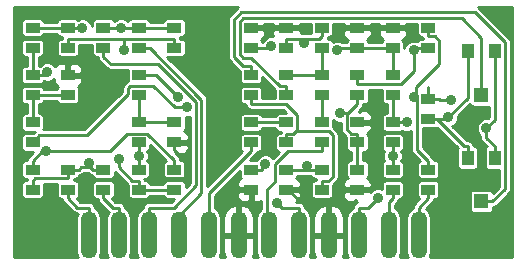
<source format=gbl>
%FSLAX34Y34*%
G04 Gerber Fmt 3.4, Leading zero omitted, Abs format*
G04 (created by PCBNEW (2014-02-02 BZR 4653)-product) date 2014-03-31 11:22:45 AM*
%MOIN*%
G01*
G70*
G90*
G04 APERTURE LIST*
%ADD10C,0.005906*%
%ADD11R,0.045000X0.032000*%
%ADD12O,0.053150X0.157480*%
%ADD13R,0.039370X0.049213*%
%ADD14R,0.047244X0.049213*%
%ADD15C,0.035000*%
%ADD16C,0.010000*%
G04 APERTURE END LIST*
G54D10*
G54D11*
X30511Y-42854D03*
X30511Y-42184D03*
X25590Y-44429D03*
X25590Y-43759D03*
X26771Y-43759D03*
X26771Y-44429D03*
X25590Y-42854D03*
X25590Y-42184D03*
X34055Y-45334D03*
X34055Y-46004D03*
X34055Y-43759D03*
X34055Y-44429D03*
X34055Y-41279D03*
X34055Y-40609D03*
X32874Y-41279D03*
X32874Y-40609D03*
X34055Y-42184D03*
X34055Y-42854D03*
X22047Y-46004D03*
X22047Y-45334D03*
X31692Y-42854D03*
X31692Y-42184D03*
X31692Y-41279D03*
X31692Y-40609D03*
X25590Y-46004D03*
X25590Y-45334D03*
X26771Y-45334D03*
X26771Y-46004D03*
X24409Y-46004D03*
X24409Y-45334D03*
X23228Y-46004D03*
X23228Y-45334D03*
X35236Y-42972D03*
X35236Y-43642D03*
X29330Y-44429D03*
X29330Y-43759D03*
X29330Y-41279D03*
X29330Y-40609D03*
X30511Y-45334D03*
X30511Y-46004D03*
X29330Y-45334D03*
X29330Y-46004D03*
X31692Y-46004D03*
X31692Y-45334D03*
X30511Y-43759D03*
X30511Y-44429D03*
X29330Y-42184D03*
X29330Y-42854D03*
X32874Y-42854D03*
X32874Y-42184D03*
X32874Y-45334D03*
X32874Y-46004D03*
X32874Y-44429D03*
X32874Y-43759D03*
X35236Y-41279D03*
X35236Y-40609D03*
X35236Y-45334D03*
X35236Y-46004D03*
X22047Y-43759D03*
X22047Y-44429D03*
X23228Y-42854D03*
X23228Y-42184D03*
X22047Y-42184D03*
X22047Y-42854D03*
X22047Y-40609D03*
X22047Y-41279D03*
X23228Y-41279D03*
X23228Y-40609D03*
X26771Y-40609D03*
X26771Y-41279D03*
X25590Y-41279D03*
X25590Y-40609D03*
X24409Y-41279D03*
X24409Y-40609D03*
X31692Y-44429D03*
X31692Y-43759D03*
X30511Y-41279D03*
X30511Y-40609D03*
G54D12*
X34921Y-47519D03*
X33921Y-47519D03*
X32921Y-47519D03*
X31921Y-47519D03*
X30921Y-47519D03*
X29921Y-47519D03*
X28921Y-47519D03*
X27921Y-47519D03*
X26921Y-47519D03*
X25921Y-47519D03*
X24921Y-47519D03*
X23921Y-47519D03*
G54D13*
X37460Y-41397D03*
X36555Y-41397D03*
G54D14*
X37007Y-42854D03*
G54D13*
X37460Y-44940D03*
X36555Y-44940D03*
G54D14*
X37007Y-46397D03*
G54D15*
X35983Y-43019D03*
X37171Y-43957D03*
X35907Y-43593D03*
X35787Y-44783D03*
X25000Y-46082D03*
X26141Y-45629D03*
X27814Y-41594D03*
X31200Y-46299D03*
X28464Y-46338D03*
X33484Y-40610D03*
X31161Y-40629D03*
X32381Y-46491D03*
X24905Y-42721D03*
X22540Y-42083D03*
X31179Y-45224D03*
X29811Y-45157D03*
X30183Y-46440D03*
X33554Y-46287D03*
X34749Y-41365D03*
X32283Y-43453D03*
X25000Y-40609D03*
X26895Y-42920D03*
X27182Y-43262D03*
X34055Y-44881D03*
X34541Y-43761D03*
X25108Y-41365D03*
X32193Y-41365D03*
X23924Y-45122D03*
X22502Y-44724D03*
X24924Y-44972D03*
X25590Y-44881D03*
X23710Y-40620D03*
X34748Y-42932D03*
X31081Y-41121D03*
X30005Y-41220D03*
G54D16*
X37460Y-43668D02*
X37460Y-41397D01*
X37171Y-43957D02*
X37460Y-43668D01*
X37171Y-44275D02*
X37171Y-43957D01*
X37460Y-44564D02*
X37171Y-44275D01*
X37460Y-44940D02*
X37460Y-44564D01*
X35236Y-42972D02*
X35236Y-42598D01*
X35236Y-42972D02*
X35236Y-42972D01*
X35591Y-42972D02*
X35236Y-42972D01*
X35638Y-43019D02*
X35591Y-42972D01*
X35983Y-43019D02*
X35638Y-43019D01*
X35236Y-42972D02*
X35236Y-42972D01*
X36437Y-44564D02*
X35515Y-43642D01*
X36555Y-44564D02*
X36437Y-44564D01*
X36555Y-44940D02*
X36555Y-44564D01*
X35858Y-43642D02*
X35907Y-43593D01*
X35515Y-43642D02*
X35858Y-43642D01*
X36555Y-42945D02*
X36555Y-41397D01*
X35907Y-43593D02*
X36555Y-42945D01*
X35515Y-43642D02*
X35236Y-43642D01*
X35236Y-43642D02*
X35236Y-43642D01*
X24409Y-46294D02*
X24409Y-46004D01*
X24717Y-46602D02*
X24409Y-46294D01*
X24921Y-46602D02*
X24717Y-46602D01*
X24921Y-47519D02*
X24921Y-46602D01*
X24409Y-46004D02*
X24409Y-46004D01*
X23921Y-46602D02*
X23921Y-47519D01*
X23536Y-46602D02*
X23921Y-46602D01*
X23228Y-46294D02*
X23536Y-46602D01*
X23228Y-46004D02*
X23228Y-46294D01*
X23228Y-46004D02*
X23228Y-46004D01*
X27671Y-43006D02*
X25945Y-41279D01*
X27671Y-46123D02*
X27671Y-43006D01*
X26921Y-46874D02*
X27671Y-46123D01*
X26921Y-47519D02*
X26921Y-46874D01*
X25590Y-41279D02*
X25945Y-41279D01*
X24661Y-41821D02*
X24409Y-41570D01*
X26232Y-41821D02*
X24661Y-41821D01*
X27487Y-43076D02*
X26232Y-41821D01*
X27487Y-45867D02*
X27487Y-43076D01*
X26752Y-46602D02*
X27487Y-45867D01*
X25921Y-46602D02*
X26752Y-46602D01*
X25921Y-47519D02*
X25921Y-46602D01*
X24409Y-41279D02*
X24409Y-41570D01*
X26771Y-44429D02*
X26771Y-44689D01*
X26771Y-44689D02*
X27126Y-45044D01*
X27126Y-45598D02*
X27095Y-45629D01*
X27126Y-45044D02*
X27126Y-45598D01*
X27095Y-45629D02*
X26141Y-45629D01*
X30871Y-46299D02*
X31200Y-46299D01*
X30576Y-46004D02*
X30871Y-46299D01*
X30511Y-46004D02*
X30576Y-46004D01*
X26905Y-44822D02*
X27086Y-44822D01*
X26771Y-44689D02*
X26905Y-44822D01*
X26771Y-44429D02*
X26771Y-44689D01*
X28798Y-46004D02*
X28464Y-46338D01*
X29330Y-46004D02*
X28798Y-46004D01*
X33199Y-40610D02*
X33484Y-40610D01*
X33199Y-40609D02*
X33199Y-40610D01*
X32874Y-40609D02*
X33199Y-40609D01*
X31141Y-40609D02*
X29330Y-40609D01*
X31161Y-40629D02*
X31141Y-40609D01*
X29870Y-47468D02*
X29921Y-47519D01*
X29870Y-45990D02*
X29870Y-47468D01*
X30116Y-45744D02*
X29870Y-45990D01*
X30116Y-45156D02*
X30116Y-45744D01*
X30553Y-44719D02*
X30116Y-45156D01*
X31692Y-44719D02*
X30553Y-44719D01*
X31692Y-44429D02*
X31692Y-44719D01*
X31692Y-44429D02*
X31692Y-44429D01*
X27921Y-46129D02*
X27921Y-47519D01*
X29330Y-44719D02*
X27921Y-46129D01*
X29330Y-44429D02*
X29330Y-44719D01*
X29330Y-44429D02*
X29330Y-44429D01*
X22503Y-42083D02*
X22540Y-42083D01*
X22402Y-42184D02*
X22503Y-42083D01*
X22047Y-42184D02*
X22402Y-42184D01*
X22047Y-41279D02*
X22047Y-41732D01*
X22047Y-41279D02*
X22047Y-41279D01*
X22047Y-41732D02*
X22047Y-41958D01*
X22047Y-41958D02*
X22047Y-42184D01*
X22047Y-42184D02*
X22047Y-42184D01*
X22047Y-41732D02*
X22047Y-41958D01*
X22047Y-41958D02*
X22047Y-42184D01*
X22047Y-43307D02*
X22047Y-42854D01*
X22047Y-43307D02*
X22047Y-42854D01*
X22047Y-42854D02*
X22047Y-42854D01*
X22047Y-42854D02*
X23228Y-42854D01*
X22047Y-42854D02*
X22047Y-42854D01*
X22047Y-43759D02*
X22047Y-43307D01*
X22047Y-43759D02*
X22047Y-43759D01*
X23228Y-42854D02*
X23228Y-42854D01*
X31692Y-45714D02*
X31692Y-46004D01*
X31910Y-45714D02*
X31692Y-45714D01*
X32048Y-45576D02*
X31910Y-45714D01*
X32048Y-44191D02*
X32048Y-45576D01*
X31920Y-44063D02*
X32048Y-44191D01*
X30929Y-44063D02*
X31920Y-44063D01*
X30866Y-44001D02*
X30929Y-44063D01*
X31692Y-46004D02*
X31692Y-46004D01*
X30511Y-44139D02*
X30511Y-44429D01*
X30729Y-44139D02*
X30511Y-44139D01*
X30866Y-44001D02*
X30729Y-44139D01*
X30511Y-44429D02*
X30511Y-44429D01*
X30866Y-43529D02*
X30866Y-44001D01*
X30481Y-43144D02*
X30866Y-43529D01*
X29330Y-43144D02*
X30481Y-43144D01*
X29330Y-42854D02*
X29330Y-43144D01*
X29330Y-42854D02*
X29330Y-42854D01*
X31179Y-45257D02*
X31179Y-45224D01*
X31102Y-45334D02*
X31179Y-45257D01*
X31692Y-45334D02*
X31692Y-45334D01*
X31692Y-45334D02*
X31102Y-45334D01*
X31692Y-45334D02*
X31692Y-45334D01*
X31102Y-45334D02*
X30511Y-45334D01*
X30511Y-45334D02*
X30511Y-45334D01*
X29330Y-45334D02*
X29330Y-45334D01*
X29685Y-45334D02*
X29330Y-45334D01*
X29685Y-45283D02*
X29685Y-45334D01*
X29811Y-45157D02*
X29685Y-45283D01*
X29330Y-45334D02*
X29330Y-45334D01*
X30345Y-46602D02*
X30183Y-46440D01*
X30921Y-46602D02*
X30345Y-46602D01*
X30921Y-47519D02*
X30921Y-46602D01*
X33240Y-46602D02*
X33554Y-46287D01*
X32921Y-46602D02*
X33240Y-46602D01*
X32921Y-47519D02*
X32921Y-46602D01*
X32874Y-42474D02*
X32874Y-42184D01*
X34342Y-42474D02*
X32874Y-42474D01*
X34749Y-42067D02*
X34342Y-42474D01*
X34749Y-41365D02*
X34749Y-42067D01*
X32874Y-42184D02*
X32874Y-42184D01*
X34881Y-41279D02*
X35236Y-41279D01*
X34795Y-41365D02*
X34881Y-41279D01*
X34749Y-41365D02*
X34795Y-41365D01*
X35236Y-41279D02*
X35236Y-41279D01*
X35236Y-41279D02*
X35236Y-41279D01*
X32285Y-43454D02*
X32283Y-43453D01*
X32518Y-43454D02*
X32285Y-43454D01*
X32874Y-44139D02*
X32874Y-44429D01*
X32675Y-44139D02*
X32874Y-44139D01*
X32518Y-43983D02*
X32675Y-44139D01*
X32518Y-43454D02*
X32518Y-43983D01*
X32874Y-44429D02*
X32874Y-45334D01*
X32874Y-45334D02*
X32874Y-45334D01*
X32563Y-43454D02*
X32518Y-43454D01*
X32874Y-43144D02*
X32563Y-43454D01*
X32874Y-42854D02*
X32874Y-43144D01*
X32874Y-42854D02*
X32874Y-42854D01*
X25000Y-40609D02*
X25000Y-40609D01*
X25000Y-40609D02*
X25000Y-40609D01*
X25000Y-40609D02*
X24409Y-40609D01*
X25590Y-40609D02*
X25590Y-40609D01*
X25000Y-40609D02*
X25590Y-40609D01*
X25590Y-40609D02*
X25590Y-40609D01*
X25590Y-40609D02*
X25590Y-40609D01*
X24409Y-40609D02*
X24409Y-40609D01*
X25590Y-40609D02*
X26771Y-40609D01*
X26771Y-40609D02*
X26771Y-40609D01*
X30511Y-43759D02*
X30511Y-43759D01*
X29330Y-43759D02*
X30511Y-43759D01*
X29330Y-43759D02*
X29330Y-43759D01*
X29330Y-41894D02*
X29330Y-42184D01*
X29076Y-41894D02*
X29330Y-41894D01*
X28757Y-41574D02*
X29076Y-41894D01*
X28757Y-40341D02*
X28757Y-41574D01*
X29005Y-40092D02*
X28757Y-40341D01*
X36787Y-40092D02*
X29005Y-40092D01*
X37787Y-41092D02*
X36787Y-40092D01*
X37787Y-45984D02*
X37787Y-41092D01*
X37374Y-46397D02*
X37787Y-45984D01*
X37007Y-46397D02*
X37374Y-46397D01*
X29330Y-42184D02*
X29330Y-42184D01*
X25590Y-43351D02*
X25590Y-43759D01*
X25590Y-43351D02*
X25590Y-43759D01*
X25590Y-43759D02*
X26771Y-43759D01*
X25590Y-43759D02*
X25590Y-43759D01*
X25590Y-43759D02*
X25590Y-43759D01*
X25590Y-42854D02*
X25590Y-43351D01*
X25590Y-42854D02*
X25590Y-42854D01*
X25590Y-43759D02*
X25590Y-43759D01*
X26771Y-43759D02*
X26771Y-43759D01*
X26160Y-42184D02*
X26895Y-42920D01*
X25590Y-42184D02*
X26160Y-42184D01*
X22277Y-44199D02*
X22047Y-44429D01*
X23861Y-44199D02*
X22277Y-44199D01*
X25235Y-42826D02*
X23861Y-44199D01*
X25235Y-42617D02*
X25235Y-42826D01*
X25303Y-42549D02*
X25235Y-42617D01*
X26073Y-42549D02*
X25303Y-42549D01*
X26787Y-43262D02*
X26073Y-42549D01*
X27182Y-43262D02*
X26787Y-43262D01*
X34055Y-44429D02*
X34055Y-44881D01*
X34055Y-44429D02*
X34055Y-44429D01*
X34055Y-44881D02*
X34055Y-45334D01*
X34055Y-45334D02*
X34055Y-45334D01*
X34538Y-43759D02*
X34541Y-43761D01*
X34055Y-43759D02*
X34538Y-43759D01*
X34055Y-42854D02*
X34055Y-43453D01*
X34055Y-42854D02*
X34055Y-42854D01*
X34055Y-43453D02*
X34055Y-43606D01*
X34055Y-43606D02*
X34055Y-43759D01*
X34055Y-43759D02*
X34055Y-43759D01*
X34055Y-43453D02*
X34055Y-43606D01*
X34055Y-43606D02*
X34055Y-43759D01*
X25108Y-41365D02*
X25108Y-40989D01*
X26771Y-40989D02*
X25108Y-40989D01*
X26771Y-41279D02*
X26771Y-40989D01*
X23228Y-40989D02*
X23228Y-41279D01*
X25108Y-40989D02*
X23228Y-40989D01*
X23228Y-41279D02*
X23228Y-41279D01*
X26771Y-41279D02*
X26771Y-41279D01*
X34055Y-41732D02*
X34055Y-41279D01*
X34055Y-41732D02*
X34055Y-41279D01*
X32279Y-41279D02*
X32874Y-41279D01*
X32193Y-41365D02*
X32279Y-41279D01*
X32874Y-41279D02*
X32874Y-41279D01*
X34055Y-41279D02*
X34055Y-41279D01*
X32874Y-41279D02*
X34055Y-41279D01*
X34055Y-41279D02*
X34055Y-41279D01*
X32874Y-41279D02*
X32874Y-41279D01*
X32874Y-41279D02*
X32874Y-41279D01*
X34055Y-42184D02*
X34055Y-41732D01*
X34055Y-42184D02*
X34055Y-42184D01*
X32874Y-41279D02*
X32874Y-41279D01*
X34055Y-41279D02*
X34055Y-41279D01*
X31692Y-43759D02*
X31692Y-43759D01*
X31692Y-43759D02*
X31692Y-42854D01*
X31692Y-42854D02*
X31692Y-42854D01*
X23924Y-45252D02*
X23924Y-45122D01*
X22047Y-46004D02*
X22047Y-46004D01*
X23228Y-45624D02*
X23228Y-45334D01*
X22137Y-45624D02*
X23228Y-45624D01*
X22047Y-45714D02*
X22137Y-45624D01*
X22047Y-46004D02*
X22047Y-45714D01*
X23665Y-45252D02*
X23924Y-45252D01*
X23583Y-45334D02*
X23665Y-45252D01*
X23228Y-45334D02*
X23583Y-45334D01*
X23228Y-45334D02*
X23228Y-45334D01*
X24054Y-45334D02*
X24409Y-45334D01*
X23972Y-45252D02*
X24054Y-45334D01*
X23924Y-45252D02*
X23972Y-45252D01*
X24409Y-45334D02*
X24409Y-45334D01*
X24409Y-45334D02*
X24409Y-45334D01*
X24615Y-44724D02*
X22502Y-44724D01*
X25200Y-44139D02*
X24615Y-44724D01*
X25877Y-44139D02*
X25200Y-44139D01*
X26771Y-45033D02*
X25877Y-44139D01*
X26771Y-45334D02*
X26771Y-45033D01*
X26771Y-45334D02*
X26771Y-45334D01*
X22047Y-45044D02*
X22047Y-45334D01*
X22367Y-44724D02*
X22047Y-45044D01*
X22502Y-44724D02*
X22367Y-44724D01*
X22047Y-45334D02*
X22047Y-45334D01*
X24924Y-45265D02*
X24924Y-44972D01*
X25372Y-45714D02*
X24924Y-45265D01*
X25590Y-45714D02*
X25372Y-45714D01*
X25590Y-46004D02*
X25590Y-45714D01*
X25590Y-46004D02*
X26771Y-46004D01*
X25590Y-46004D02*
X25590Y-46004D01*
X26771Y-46004D02*
X26771Y-46004D01*
X25590Y-44881D02*
X25590Y-45334D01*
X25590Y-45334D02*
X25590Y-45334D01*
X25590Y-44429D02*
X25590Y-44881D01*
X25590Y-44429D02*
X25590Y-44429D01*
X23583Y-40609D02*
X23228Y-40609D01*
X23593Y-40620D02*
X23583Y-40609D01*
X23710Y-40620D02*
X23593Y-40620D01*
X23228Y-40609D02*
X23228Y-40609D01*
X23228Y-40609D02*
X22047Y-40609D01*
X22047Y-40609D02*
X22047Y-40609D01*
X34748Y-42932D02*
X34838Y-42932D01*
X35236Y-40900D02*
X35236Y-40609D01*
X35453Y-40900D02*
X35236Y-40900D01*
X35591Y-41037D02*
X35453Y-40900D01*
X35591Y-41828D02*
X35591Y-41037D01*
X34838Y-42580D02*
X35591Y-41828D01*
X34838Y-42932D02*
X34838Y-42580D01*
X35236Y-40609D02*
X35236Y-40609D01*
X34862Y-42955D02*
X34838Y-42932D01*
X34862Y-44670D02*
X34862Y-42955D01*
X35236Y-45044D02*
X34862Y-44670D01*
X35236Y-45334D02*
X35236Y-45044D01*
X35236Y-45334D02*
X35236Y-45334D01*
X31081Y-40989D02*
X31081Y-41121D01*
X30511Y-40989D02*
X31081Y-40989D01*
X30511Y-41279D02*
X30511Y-40989D01*
X31692Y-40900D02*
X31692Y-40609D01*
X31603Y-40989D02*
X31692Y-40900D01*
X31081Y-40989D02*
X31603Y-40989D01*
X31692Y-40609D02*
X31692Y-40609D01*
X30511Y-41279D02*
X30511Y-41279D01*
X30511Y-42854D02*
X30511Y-42854D01*
X37007Y-40938D02*
X37007Y-42854D01*
X36366Y-40296D02*
X37007Y-40938D01*
X29067Y-40296D02*
X36366Y-40296D01*
X28957Y-40406D02*
X29067Y-40296D01*
X28957Y-41489D02*
X28957Y-40406D01*
X29075Y-41607D02*
X28957Y-41489D01*
X29342Y-41607D02*
X29075Y-41607D01*
X30299Y-42564D02*
X29342Y-41607D01*
X30511Y-42564D02*
X30299Y-42564D01*
X30511Y-42854D02*
X30511Y-42564D01*
X31692Y-41882D02*
X31692Y-42184D01*
X31692Y-41882D02*
X31692Y-42184D01*
X31692Y-42184D02*
X31692Y-42184D01*
X31692Y-42184D02*
X31692Y-42184D01*
X31692Y-41279D02*
X31692Y-41882D01*
X31692Y-41279D02*
X31692Y-41279D01*
X31692Y-42184D02*
X31692Y-42184D01*
X31692Y-42184D02*
X30511Y-42184D01*
X30511Y-42184D02*
X30511Y-42184D01*
X29330Y-41279D02*
X29330Y-41279D01*
X29946Y-41279D02*
X29330Y-41279D01*
X30005Y-41220D02*
X29946Y-41279D01*
X29330Y-41279D02*
X29330Y-41279D01*
X33921Y-46428D02*
X33921Y-47519D01*
X34055Y-46294D02*
X33921Y-46428D01*
X34055Y-46004D02*
X34055Y-46294D01*
X34055Y-46004D02*
X34055Y-46004D01*
X34921Y-46602D02*
X34921Y-47519D01*
X35229Y-46294D02*
X34921Y-46602D01*
X35236Y-46294D02*
X35229Y-46294D01*
X35236Y-46004D02*
X35236Y-46294D01*
X35236Y-46004D02*
X35236Y-46004D01*
G54D10*
G36*
X26757Y-46314D02*
X26669Y-46402D01*
X25921Y-46402D01*
X25844Y-46417D01*
X25779Y-46460D01*
X25736Y-46525D01*
X25721Y-46602D01*
X25721Y-46622D01*
X25627Y-46685D01*
X25537Y-46820D01*
X25505Y-46979D01*
X25505Y-48059D01*
X25537Y-48218D01*
X25561Y-48255D01*
X25280Y-48255D01*
X25305Y-48218D01*
X25337Y-48059D01*
X25337Y-46979D01*
X25305Y-46820D01*
X25215Y-46685D01*
X25121Y-46622D01*
X25121Y-46602D01*
X25106Y-46525D01*
X25062Y-46460D01*
X24997Y-46417D01*
X24921Y-46402D01*
X24800Y-46402D01*
X24698Y-46300D01*
X24719Y-46291D01*
X24761Y-46249D01*
X24784Y-46194D01*
X24784Y-46134D01*
X24784Y-45814D01*
X24761Y-45759D01*
X24719Y-45717D01*
X24664Y-45694D01*
X24604Y-45694D01*
X24154Y-45694D01*
X24099Y-45717D01*
X24057Y-45759D01*
X24034Y-45814D01*
X24034Y-45874D01*
X24034Y-46194D01*
X24057Y-46249D01*
X24099Y-46291D01*
X24154Y-46314D01*
X24213Y-46314D01*
X24217Y-46332D01*
X24224Y-46370D01*
X24224Y-46371D01*
X24224Y-46371D01*
X24246Y-46403D01*
X24268Y-46435D01*
X24268Y-46435D01*
X24575Y-46743D01*
X24575Y-46743D01*
X24575Y-46743D01*
X24584Y-46749D01*
X24537Y-46820D01*
X24505Y-46979D01*
X24505Y-48059D01*
X24537Y-48218D01*
X24561Y-48255D01*
X24280Y-48255D01*
X24305Y-48218D01*
X24337Y-48059D01*
X24337Y-46979D01*
X24305Y-46820D01*
X24215Y-46685D01*
X24121Y-46622D01*
X24121Y-46602D01*
X24106Y-46525D01*
X24062Y-46460D01*
X23997Y-46417D01*
X23921Y-46402D01*
X23618Y-46402D01*
X23516Y-46300D01*
X23538Y-46291D01*
X23580Y-46249D01*
X23603Y-46194D01*
X23603Y-46134D01*
X23603Y-45814D01*
X23580Y-45759D01*
X23538Y-45717D01*
X23483Y-45694D01*
X23423Y-45694D01*
X23414Y-45694D01*
X23424Y-45644D01*
X23483Y-45644D01*
X23538Y-45621D01*
X23580Y-45579D01*
X23600Y-45530D01*
X23621Y-45526D01*
X23659Y-45519D01*
X23659Y-45519D01*
X23660Y-45519D01*
X23692Y-45497D01*
X23724Y-45475D01*
X23724Y-45475D01*
X23747Y-45452D01*
X23889Y-45452D01*
X23912Y-45475D01*
X23912Y-45475D01*
X23945Y-45497D01*
X23977Y-45519D01*
X23977Y-45519D01*
X23977Y-45519D01*
X24016Y-45526D01*
X24037Y-45530D01*
X24057Y-45579D01*
X24099Y-45621D01*
X24154Y-45644D01*
X24214Y-45644D01*
X24664Y-45644D01*
X24719Y-45621D01*
X24761Y-45579D01*
X24784Y-45524D01*
X24784Y-45464D01*
X24784Y-45408D01*
X25215Y-45839D01*
X25215Y-45874D01*
X25215Y-46194D01*
X25238Y-46249D01*
X25280Y-46291D01*
X25335Y-46314D01*
X25395Y-46314D01*
X25845Y-46314D01*
X25900Y-46291D01*
X25942Y-46249D01*
X25961Y-46204D01*
X26400Y-46204D01*
X26419Y-46249D01*
X26461Y-46291D01*
X26516Y-46314D01*
X26576Y-46314D01*
X26757Y-46314D01*
X26757Y-46314D01*
G37*
G54D16*
X26757Y-46314D02*
X26669Y-46402D01*
X25921Y-46402D01*
X25844Y-46417D01*
X25779Y-46460D01*
X25736Y-46525D01*
X25721Y-46602D01*
X25721Y-46622D01*
X25627Y-46685D01*
X25537Y-46820D01*
X25505Y-46979D01*
X25505Y-48059D01*
X25537Y-48218D01*
X25561Y-48255D01*
X25280Y-48255D01*
X25305Y-48218D01*
X25337Y-48059D01*
X25337Y-46979D01*
X25305Y-46820D01*
X25215Y-46685D01*
X25121Y-46622D01*
X25121Y-46602D01*
X25106Y-46525D01*
X25062Y-46460D01*
X24997Y-46417D01*
X24921Y-46402D01*
X24800Y-46402D01*
X24698Y-46300D01*
X24719Y-46291D01*
X24761Y-46249D01*
X24784Y-46194D01*
X24784Y-46134D01*
X24784Y-45814D01*
X24761Y-45759D01*
X24719Y-45717D01*
X24664Y-45694D01*
X24604Y-45694D01*
X24154Y-45694D01*
X24099Y-45717D01*
X24057Y-45759D01*
X24034Y-45814D01*
X24034Y-45874D01*
X24034Y-46194D01*
X24057Y-46249D01*
X24099Y-46291D01*
X24154Y-46314D01*
X24213Y-46314D01*
X24217Y-46332D01*
X24224Y-46370D01*
X24224Y-46371D01*
X24224Y-46371D01*
X24246Y-46403D01*
X24268Y-46435D01*
X24268Y-46435D01*
X24575Y-46743D01*
X24575Y-46743D01*
X24575Y-46743D01*
X24584Y-46749D01*
X24537Y-46820D01*
X24505Y-46979D01*
X24505Y-48059D01*
X24537Y-48218D01*
X24561Y-48255D01*
X24280Y-48255D01*
X24305Y-48218D01*
X24337Y-48059D01*
X24337Y-46979D01*
X24305Y-46820D01*
X24215Y-46685D01*
X24121Y-46622D01*
X24121Y-46602D01*
X24106Y-46525D01*
X24062Y-46460D01*
X23997Y-46417D01*
X23921Y-46402D01*
X23618Y-46402D01*
X23516Y-46300D01*
X23538Y-46291D01*
X23580Y-46249D01*
X23603Y-46194D01*
X23603Y-46134D01*
X23603Y-45814D01*
X23580Y-45759D01*
X23538Y-45717D01*
X23483Y-45694D01*
X23423Y-45694D01*
X23414Y-45694D01*
X23424Y-45644D01*
X23483Y-45644D01*
X23538Y-45621D01*
X23580Y-45579D01*
X23600Y-45530D01*
X23621Y-45526D01*
X23659Y-45519D01*
X23659Y-45519D01*
X23660Y-45519D01*
X23692Y-45497D01*
X23724Y-45475D01*
X23724Y-45475D01*
X23747Y-45452D01*
X23889Y-45452D01*
X23912Y-45475D01*
X23912Y-45475D01*
X23945Y-45497D01*
X23977Y-45519D01*
X23977Y-45519D01*
X23977Y-45519D01*
X24016Y-45526D01*
X24037Y-45530D01*
X24057Y-45579D01*
X24099Y-45621D01*
X24154Y-45644D01*
X24214Y-45644D01*
X24664Y-45644D01*
X24719Y-45621D01*
X24761Y-45579D01*
X24784Y-45524D01*
X24784Y-45464D01*
X24784Y-45408D01*
X25215Y-45839D01*
X25215Y-45874D01*
X25215Y-46194D01*
X25238Y-46249D01*
X25280Y-46291D01*
X25335Y-46314D01*
X25395Y-46314D01*
X25845Y-46314D01*
X25900Y-46291D01*
X25942Y-46249D01*
X25961Y-46204D01*
X26400Y-46204D01*
X26419Y-46249D01*
X26461Y-46291D01*
X26516Y-46314D01*
X26576Y-46314D01*
X26757Y-46314D01*
G54D10*
G36*
X27287Y-45784D02*
X27246Y-45825D01*
X27146Y-45925D01*
X27146Y-45814D01*
X27123Y-45759D01*
X27081Y-45717D01*
X27026Y-45694D01*
X26966Y-45694D01*
X26516Y-45694D01*
X26461Y-45717D01*
X26419Y-45759D01*
X26400Y-45804D01*
X25961Y-45804D01*
X25942Y-45759D01*
X25900Y-45717D01*
X25845Y-45694D01*
X25786Y-45694D01*
X25776Y-45644D01*
X25845Y-45644D01*
X25900Y-45621D01*
X25942Y-45579D01*
X25965Y-45524D01*
X25965Y-45464D01*
X25965Y-45144D01*
X25942Y-45089D01*
X25900Y-45047D01*
X25877Y-45037D01*
X25915Y-44946D01*
X25915Y-44817D01*
X25877Y-44726D01*
X25900Y-44716D01*
X25942Y-44674D01*
X25965Y-44619D01*
X25965Y-44559D01*
X25965Y-44510D01*
X26490Y-45035D01*
X26461Y-45047D01*
X26419Y-45089D01*
X26396Y-45144D01*
X26396Y-45204D01*
X26396Y-45524D01*
X26419Y-45579D01*
X26461Y-45621D01*
X26516Y-45644D01*
X26576Y-45644D01*
X27026Y-45644D01*
X27081Y-45621D01*
X27123Y-45579D01*
X27146Y-45524D01*
X27146Y-45464D01*
X27146Y-45144D01*
X27123Y-45089D01*
X27081Y-45047D01*
X27026Y-45024D01*
X26969Y-45024D01*
X26964Y-44998D01*
X26956Y-44957D01*
X26956Y-44957D01*
X26956Y-44957D01*
X26934Y-44924D01*
X26913Y-44892D01*
X26913Y-44892D01*
X26913Y-44892D01*
X26821Y-44801D01*
X26821Y-44776D01*
X26884Y-44839D01*
X26946Y-44839D01*
X27046Y-44839D01*
X27138Y-44801D01*
X27208Y-44731D01*
X27246Y-44639D01*
X27246Y-44541D01*
X27184Y-44479D01*
X26821Y-44479D01*
X26821Y-44487D01*
X26721Y-44487D01*
X26721Y-44479D01*
X26713Y-44479D01*
X26713Y-44379D01*
X26721Y-44379D01*
X26721Y-44371D01*
X26821Y-44371D01*
X26821Y-44379D01*
X27184Y-44379D01*
X27246Y-44316D01*
X27246Y-44219D01*
X27208Y-44127D01*
X27138Y-44057D01*
X27090Y-44037D01*
X27123Y-44004D01*
X27146Y-43949D01*
X27146Y-43889D01*
X27146Y-43587D01*
X27246Y-43587D01*
X27287Y-43570D01*
X27287Y-45784D01*
X27287Y-45784D01*
G37*
G54D16*
X27287Y-45784D02*
X27246Y-45825D01*
X27146Y-45925D01*
X27146Y-45814D01*
X27123Y-45759D01*
X27081Y-45717D01*
X27026Y-45694D01*
X26966Y-45694D01*
X26516Y-45694D01*
X26461Y-45717D01*
X26419Y-45759D01*
X26400Y-45804D01*
X25961Y-45804D01*
X25942Y-45759D01*
X25900Y-45717D01*
X25845Y-45694D01*
X25786Y-45694D01*
X25776Y-45644D01*
X25845Y-45644D01*
X25900Y-45621D01*
X25942Y-45579D01*
X25965Y-45524D01*
X25965Y-45464D01*
X25965Y-45144D01*
X25942Y-45089D01*
X25900Y-45047D01*
X25877Y-45037D01*
X25915Y-44946D01*
X25915Y-44817D01*
X25877Y-44726D01*
X25900Y-44716D01*
X25942Y-44674D01*
X25965Y-44619D01*
X25965Y-44559D01*
X25965Y-44510D01*
X26490Y-45035D01*
X26461Y-45047D01*
X26419Y-45089D01*
X26396Y-45144D01*
X26396Y-45204D01*
X26396Y-45524D01*
X26419Y-45579D01*
X26461Y-45621D01*
X26516Y-45644D01*
X26576Y-45644D01*
X27026Y-45644D01*
X27081Y-45621D01*
X27123Y-45579D01*
X27146Y-45524D01*
X27146Y-45464D01*
X27146Y-45144D01*
X27123Y-45089D01*
X27081Y-45047D01*
X27026Y-45024D01*
X26969Y-45024D01*
X26964Y-44998D01*
X26956Y-44957D01*
X26956Y-44957D01*
X26956Y-44957D01*
X26934Y-44924D01*
X26913Y-44892D01*
X26913Y-44892D01*
X26913Y-44892D01*
X26821Y-44801D01*
X26821Y-44776D01*
X26884Y-44839D01*
X26946Y-44839D01*
X27046Y-44839D01*
X27138Y-44801D01*
X27208Y-44731D01*
X27246Y-44639D01*
X27246Y-44541D01*
X27184Y-44479D01*
X26821Y-44479D01*
X26821Y-44487D01*
X26721Y-44487D01*
X26721Y-44479D01*
X26713Y-44479D01*
X26713Y-44379D01*
X26721Y-44379D01*
X26721Y-44371D01*
X26821Y-44371D01*
X26821Y-44379D01*
X27184Y-44379D01*
X27246Y-44316D01*
X27246Y-44219D01*
X27208Y-44127D01*
X27138Y-44057D01*
X27090Y-44037D01*
X27123Y-44004D01*
X27146Y-43949D01*
X27146Y-43889D01*
X27146Y-43587D01*
X27246Y-43587D01*
X27287Y-43570D01*
X27287Y-45784D01*
G54D10*
G36*
X29670Y-46656D02*
X29627Y-46685D01*
X29537Y-46820D01*
X29505Y-46979D01*
X29505Y-48059D01*
X29537Y-48218D01*
X29561Y-48255D01*
X29387Y-48255D01*
X29437Y-48091D01*
X29437Y-47569D01*
X29437Y-47469D01*
X29437Y-46948D01*
X29378Y-46754D01*
X29280Y-46634D01*
X29280Y-46351D01*
X29280Y-46054D01*
X28918Y-46054D01*
X28855Y-46116D01*
X28855Y-46214D01*
X28893Y-46305D01*
X28964Y-46376D01*
X29055Y-46414D01*
X29155Y-46414D01*
X29218Y-46414D01*
X29280Y-46351D01*
X29280Y-46634D01*
X29250Y-46597D01*
X29072Y-46502D01*
X29050Y-46498D01*
X28971Y-46547D01*
X28971Y-47469D01*
X29437Y-47469D01*
X29437Y-47569D01*
X28971Y-47569D01*
X28971Y-47577D01*
X28871Y-47577D01*
X28871Y-47569D01*
X28871Y-47469D01*
X28871Y-46547D01*
X28791Y-46498D01*
X28770Y-46502D01*
X28591Y-46597D01*
X28463Y-46754D01*
X28405Y-46948D01*
X28405Y-47469D01*
X28871Y-47469D01*
X28871Y-47569D01*
X28405Y-47569D01*
X28405Y-48091D01*
X28455Y-48255D01*
X28280Y-48255D01*
X28305Y-48218D01*
X28337Y-48059D01*
X28337Y-46979D01*
X28305Y-46820D01*
X28215Y-46685D01*
X28121Y-46622D01*
X28121Y-46211D01*
X28955Y-45377D01*
X28955Y-45524D01*
X28978Y-45579D01*
X29011Y-45612D01*
X28964Y-45632D01*
X28893Y-45702D01*
X28855Y-45794D01*
X28855Y-45891D01*
X28918Y-45954D01*
X29280Y-45954D01*
X29280Y-45946D01*
X29380Y-45946D01*
X29380Y-45954D01*
X29388Y-45954D01*
X29388Y-46054D01*
X29380Y-46054D01*
X29380Y-46351D01*
X29443Y-46414D01*
X29505Y-46414D01*
X29605Y-46414D01*
X29670Y-46387D01*
X29670Y-46656D01*
X29670Y-46656D01*
G37*
G54D16*
X29670Y-46656D02*
X29627Y-46685D01*
X29537Y-46820D01*
X29505Y-46979D01*
X29505Y-48059D01*
X29537Y-48218D01*
X29561Y-48255D01*
X29387Y-48255D01*
X29437Y-48091D01*
X29437Y-47569D01*
X29437Y-47469D01*
X29437Y-46948D01*
X29378Y-46754D01*
X29280Y-46634D01*
X29280Y-46351D01*
X29280Y-46054D01*
X28918Y-46054D01*
X28855Y-46116D01*
X28855Y-46214D01*
X28893Y-46305D01*
X28964Y-46376D01*
X29055Y-46414D01*
X29155Y-46414D01*
X29218Y-46414D01*
X29280Y-46351D01*
X29280Y-46634D01*
X29250Y-46597D01*
X29072Y-46502D01*
X29050Y-46498D01*
X28971Y-46547D01*
X28971Y-47469D01*
X29437Y-47469D01*
X29437Y-47569D01*
X28971Y-47569D01*
X28971Y-47577D01*
X28871Y-47577D01*
X28871Y-47569D01*
X28871Y-47469D01*
X28871Y-46547D01*
X28791Y-46498D01*
X28770Y-46502D01*
X28591Y-46597D01*
X28463Y-46754D01*
X28405Y-46948D01*
X28405Y-47469D01*
X28871Y-47469D01*
X28871Y-47569D01*
X28405Y-47569D01*
X28405Y-48091D01*
X28455Y-48255D01*
X28280Y-48255D01*
X28305Y-48218D01*
X28337Y-48059D01*
X28337Y-46979D01*
X28305Y-46820D01*
X28215Y-46685D01*
X28121Y-46622D01*
X28121Y-46211D01*
X28955Y-45377D01*
X28955Y-45524D01*
X28978Y-45579D01*
X29011Y-45612D01*
X28964Y-45632D01*
X28893Y-45702D01*
X28855Y-45794D01*
X28855Y-45891D01*
X28918Y-45954D01*
X29280Y-45954D01*
X29280Y-45946D01*
X29380Y-45946D01*
X29380Y-45954D01*
X29388Y-45954D01*
X29388Y-46054D01*
X29380Y-46054D01*
X29380Y-46351D01*
X29443Y-46414D01*
X29505Y-46414D01*
X29605Y-46414D01*
X29670Y-46387D01*
X29670Y-46656D01*
G54D10*
G36*
X30503Y-43449D02*
X30256Y-43449D01*
X30201Y-43472D01*
X30159Y-43514D01*
X30141Y-43559D01*
X29701Y-43559D01*
X29682Y-43514D01*
X29640Y-43472D01*
X29585Y-43449D01*
X29525Y-43449D01*
X29075Y-43449D01*
X29020Y-43472D01*
X28978Y-43514D01*
X28955Y-43569D01*
X28955Y-43629D01*
X28955Y-43949D01*
X28978Y-44004D01*
X29020Y-44046D01*
X29075Y-44069D01*
X29135Y-44069D01*
X29585Y-44069D01*
X29640Y-44046D01*
X29682Y-44004D01*
X29701Y-43959D01*
X30141Y-43959D01*
X30159Y-44004D01*
X30201Y-44046D01*
X30256Y-44069D01*
X30316Y-44069D01*
X30325Y-44069D01*
X30315Y-44119D01*
X30256Y-44119D01*
X30201Y-44142D01*
X30159Y-44184D01*
X30136Y-44239D01*
X30136Y-44299D01*
X30136Y-44619D01*
X30159Y-44674D01*
X30201Y-44716D01*
X30252Y-44737D01*
X30051Y-44938D01*
X29995Y-44882D01*
X29876Y-44832D01*
X29747Y-44832D01*
X29627Y-44882D01*
X29536Y-44973D01*
X29515Y-45024D01*
X29308Y-45024D01*
X29472Y-44861D01*
X29472Y-44861D01*
X29515Y-44796D01*
X29526Y-44739D01*
X29585Y-44739D01*
X29640Y-44716D01*
X29682Y-44674D01*
X29705Y-44619D01*
X29705Y-44559D01*
X29705Y-44239D01*
X29682Y-44184D01*
X29640Y-44142D01*
X29585Y-44119D01*
X29525Y-44119D01*
X29075Y-44119D01*
X29020Y-44142D01*
X28978Y-44184D01*
X28955Y-44239D01*
X28955Y-44299D01*
X28955Y-44619D01*
X28978Y-44674D01*
X29020Y-44716D01*
X29042Y-44725D01*
X27871Y-45895D01*
X27871Y-43006D01*
X27859Y-42942D01*
X27856Y-42929D01*
X27856Y-42929D01*
X27813Y-42864D01*
X27813Y-42864D01*
X26538Y-41589D01*
X26576Y-41589D01*
X27026Y-41589D01*
X27081Y-41567D01*
X27123Y-41524D01*
X27146Y-41469D01*
X27146Y-41410D01*
X27146Y-41090D01*
X27123Y-41034D01*
X27081Y-40992D01*
X27026Y-40969D01*
X26967Y-40969D01*
X26957Y-40919D01*
X27026Y-40919D01*
X27081Y-40897D01*
X27123Y-40854D01*
X27146Y-40799D01*
X27146Y-40740D01*
X27146Y-40420D01*
X27123Y-40364D01*
X27081Y-40322D01*
X27026Y-40299D01*
X26966Y-40299D01*
X26516Y-40299D01*
X26461Y-40322D01*
X26419Y-40364D01*
X26400Y-40409D01*
X25961Y-40409D01*
X25942Y-40364D01*
X25900Y-40322D01*
X25845Y-40299D01*
X25785Y-40299D01*
X25335Y-40299D01*
X25280Y-40322D01*
X25238Y-40364D01*
X25231Y-40381D01*
X25184Y-40334D01*
X25064Y-40284D01*
X24935Y-40284D01*
X24816Y-40334D01*
X24768Y-40381D01*
X24761Y-40364D01*
X24719Y-40322D01*
X24664Y-40299D01*
X24604Y-40299D01*
X24154Y-40299D01*
X24099Y-40322D01*
X24057Y-40364D01*
X24034Y-40420D01*
X24034Y-40479D01*
X24034Y-40554D01*
X23985Y-40436D01*
X23894Y-40344D01*
X23775Y-40295D01*
X23645Y-40295D01*
X23550Y-40334D01*
X23538Y-40322D01*
X23483Y-40299D01*
X23423Y-40299D01*
X22973Y-40299D01*
X22918Y-40322D01*
X22876Y-40364D01*
X22857Y-40409D01*
X22418Y-40409D01*
X22399Y-40364D01*
X22357Y-40322D01*
X22302Y-40299D01*
X22242Y-40299D01*
X21792Y-40299D01*
X21737Y-40322D01*
X21695Y-40364D01*
X21672Y-40420D01*
X21672Y-40479D01*
X21672Y-40799D01*
X21695Y-40854D01*
X21737Y-40897D01*
X21792Y-40919D01*
X21852Y-40919D01*
X22302Y-40919D01*
X22357Y-40897D01*
X22399Y-40854D01*
X22418Y-40809D01*
X22857Y-40809D01*
X22876Y-40854D01*
X22918Y-40897D01*
X22973Y-40919D01*
X23033Y-40919D01*
X23042Y-40919D01*
X23032Y-40969D01*
X22973Y-40969D01*
X22918Y-40992D01*
X22876Y-41034D01*
X22853Y-41090D01*
X22853Y-41149D01*
X22853Y-41469D01*
X22876Y-41524D01*
X22918Y-41567D01*
X22973Y-41589D01*
X23033Y-41589D01*
X23483Y-41589D01*
X23538Y-41567D01*
X23580Y-41524D01*
X23603Y-41469D01*
X23603Y-41410D01*
X23603Y-41189D01*
X24034Y-41189D01*
X24034Y-41469D01*
X24057Y-41524D01*
X24099Y-41567D01*
X24154Y-41589D01*
X24213Y-41589D01*
X24224Y-41646D01*
X24268Y-41711D01*
X24519Y-41963D01*
X24584Y-42006D01*
X24661Y-42021D01*
X25215Y-42021D01*
X25215Y-42054D01*
X25215Y-42372D01*
X25162Y-42407D01*
X25093Y-42475D01*
X25050Y-42540D01*
X25035Y-42617D01*
X25035Y-42743D01*
X23778Y-43999D01*
X22401Y-43999D01*
X22422Y-43949D01*
X22422Y-43889D01*
X22422Y-43569D01*
X22399Y-43514D01*
X22357Y-43472D01*
X22302Y-43449D01*
X22247Y-43449D01*
X22247Y-43307D01*
X22247Y-43164D01*
X22302Y-43164D01*
X22357Y-43141D01*
X22399Y-43099D01*
X22418Y-43054D01*
X22857Y-43054D01*
X22876Y-43099D01*
X22918Y-43141D01*
X22973Y-43164D01*
X23033Y-43164D01*
X23483Y-43164D01*
X23538Y-43141D01*
X23580Y-43099D01*
X23603Y-43044D01*
X23603Y-42984D01*
X23603Y-42664D01*
X23580Y-42609D01*
X23547Y-42576D01*
X23594Y-42556D01*
X23665Y-42486D01*
X23703Y-42394D01*
X23703Y-42297D01*
X23703Y-42072D01*
X23703Y-41974D01*
X23665Y-41883D01*
X23594Y-41812D01*
X23503Y-41774D01*
X23403Y-41774D01*
X23340Y-41774D01*
X23278Y-41837D01*
X23278Y-42134D01*
X23640Y-42134D01*
X23703Y-42072D01*
X23703Y-42297D01*
X23640Y-42234D01*
X23278Y-42234D01*
X23278Y-42242D01*
X23178Y-42242D01*
X23178Y-42234D01*
X23170Y-42234D01*
X23170Y-42134D01*
X23178Y-42134D01*
X23178Y-41837D01*
X23115Y-41774D01*
X23053Y-41774D01*
X22953Y-41774D01*
X22861Y-41812D01*
X22795Y-41878D01*
X22725Y-41808D01*
X22605Y-41758D01*
X22476Y-41758D01*
X22356Y-41807D01*
X22289Y-41874D01*
X22247Y-41874D01*
X22247Y-41732D01*
X22247Y-41589D01*
X22302Y-41589D01*
X22357Y-41567D01*
X22399Y-41524D01*
X22422Y-41469D01*
X22422Y-41410D01*
X22422Y-41090D01*
X22399Y-41034D01*
X22357Y-40992D01*
X22302Y-40969D01*
X22242Y-40969D01*
X21792Y-40969D01*
X21737Y-40992D01*
X21695Y-41034D01*
X21672Y-41090D01*
X21672Y-41149D01*
X21672Y-41469D01*
X21695Y-41524D01*
X21737Y-41567D01*
X21792Y-41589D01*
X21847Y-41589D01*
X21847Y-41732D01*
X21847Y-41874D01*
X21792Y-41874D01*
X21737Y-41897D01*
X21695Y-41939D01*
X21672Y-41994D01*
X21672Y-42054D01*
X21672Y-42374D01*
X21695Y-42429D01*
X21737Y-42471D01*
X21792Y-42494D01*
X21852Y-42494D01*
X22302Y-42494D01*
X22357Y-42471D01*
X22399Y-42429D01*
X22418Y-42384D01*
X22475Y-42408D01*
X22605Y-42408D01*
X22724Y-42359D01*
X22753Y-42330D01*
X22753Y-42394D01*
X22791Y-42486D01*
X22861Y-42556D01*
X22909Y-42576D01*
X22876Y-42609D01*
X22857Y-42654D01*
X22418Y-42654D01*
X22399Y-42609D01*
X22357Y-42567D01*
X22302Y-42544D01*
X22242Y-42544D01*
X21792Y-42544D01*
X21737Y-42567D01*
X21695Y-42609D01*
X21672Y-42664D01*
X21672Y-42724D01*
X21672Y-43044D01*
X21695Y-43099D01*
X21737Y-43141D01*
X21792Y-43164D01*
X21847Y-43164D01*
X21847Y-43307D01*
X21847Y-43449D01*
X21792Y-43449D01*
X21737Y-43472D01*
X21695Y-43514D01*
X21672Y-43569D01*
X21672Y-43629D01*
X21672Y-43949D01*
X21695Y-44004D01*
X21737Y-44046D01*
X21792Y-44069D01*
X21852Y-44069D01*
X22124Y-44069D01*
X22074Y-44119D01*
X21792Y-44119D01*
X21737Y-44142D01*
X21695Y-44184D01*
X21672Y-44239D01*
X21672Y-44299D01*
X21672Y-44619D01*
X21695Y-44674D01*
X21737Y-44716D01*
X21792Y-44739D01*
X21852Y-44739D01*
X22069Y-44739D01*
X21905Y-44902D01*
X21905Y-44902D01*
X21905Y-44902D01*
X21884Y-44934D01*
X21862Y-44967D01*
X21862Y-44967D01*
X21862Y-44967D01*
X21854Y-45005D01*
X21851Y-45024D01*
X21792Y-45024D01*
X21737Y-45047D01*
X21695Y-45089D01*
X21672Y-45144D01*
X21672Y-45204D01*
X21672Y-45524D01*
X21695Y-45579D01*
X21737Y-45621D01*
X21792Y-45644D01*
X21852Y-45644D01*
X21861Y-45644D01*
X21851Y-45694D01*
X21792Y-45694D01*
X21737Y-45717D01*
X21695Y-45759D01*
X21672Y-45814D01*
X21672Y-45874D01*
X21672Y-46194D01*
X21695Y-46249D01*
X21737Y-46291D01*
X21792Y-46314D01*
X21852Y-46314D01*
X22302Y-46314D01*
X22357Y-46291D01*
X22399Y-46249D01*
X22422Y-46194D01*
X22422Y-46134D01*
X22422Y-45824D01*
X22853Y-45824D01*
X22853Y-45874D01*
X22853Y-46194D01*
X22876Y-46249D01*
X22918Y-46291D01*
X22973Y-46314D01*
X23032Y-46314D01*
X23035Y-46332D01*
X23043Y-46370D01*
X23043Y-46371D01*
X23043Y-46371D01*
X23065Y-46403D01*
X23086Y-46435D01*
X23086Y-46435D01*
X23394Y-46743D01*
X23394Y-46743D01*
X23394Y-46743D01*
X23426Y-46765D01*
X23459Y-46787D01*
X23459Y-46787D01*
X23459Y-46787D01*
X23497Y-46794D01*
X23536Y-46802D01*
X23536Y-46802D01*
X23536Y-46802D01*
X23549Y-46802D01*
X23537Y-46820D01*
X23505Y-46979D01*
X23505Y-48059D01*
X23537Y-48218D01*
X23561Y-48255D01*
X21429Y-48255D01*
X21429Y-39933D01*
X28890Y-39933D01*
X28864Y-39951D01*
X28864Y-39951D01*
X28864Y-39951D01*
X28615Y-40199D01*
X28594Y-40232D01*
X28572Y-40264D01*
X28572Y-40264D01*
X28572Y-40264D01*
X28564Y-40302D01*
X28557Y-40341D01*
X28557Y-40341D01*
X28557Y-41574D01*
X28557Y-41574D01*
X28564Y-41612D01*
X28572Y-41651D01*
X28572Y-41651D01*
X28572Y-41651D01*
X28593Y-41683D01*
X28615Y-41716D01*
X28615Y-41716D01*
X28935Y-42035D01*
X28935Y-42035D01*
X28935Y-42035D01*
X28955Y-42049D01*
X28955Y-42054D01*
X28955Y-42374D01*
X28978Y-42429D01*
X29020Y-42471D01*
X29075Y-42494D01*
X29135Y-42494D01*
X29585Y-42494D01*
X29640Y-42471D01*
X29682Y-42429D01*
X29705Y-42374D01*
X29705Y-42314D01*
X29705Y-42253D01*
X30136Y-42684D01*
X30136Y-42724D01*
X30136Y-42944D01*
X29705Y-42944D01*
X29705Y-42664D01*
X29682Y-42609D01*
X29640Y-42567D01*
X29585Y-42544D01*
X29525Y-42544D01*
X29075Y-42544D01*
X29020Y-42567D01*
X28978Y-42609D01*
X28955Y-42664D01*
X28955Y-42724D01*
X28955Y-43044D01*
X28978Y-43099D01*
X29020Y-43141D01*
X29075Y-43164D01*
X29134Y-43164D01*
X29145Y-43221D01*
X29189Y-43286D01*
X29254Y-43329D01*
X29330Y-43344D01*
X30399Y-43344D01*
X30503Y-43449D01*
X30503Y-43449D01*
G37*
G54D16*
X30503Y-43449D02*
X30256Y-43449D01*
X30201Y-43472D01*
X30159Y-43514D01*
X30141Y-43559D01*
X29701Y-43559D01*
X29682Y-43514D01*
X29640Y-43472D01*
X29585Y-43449D01*
X29525Y-43449D01*
X29075Y-43449D01*
X29020Y-43472D01*
X28978Y-43514D01*
X28955Y-43569D01*
X28955Y-43629D01*
X28955Y-43949D01*
X28978Y-44004D01*
X29020Y-44046D01*
X29075Y-44069D01*
X29135Y-44069D01*
X29585Y-44069D01*
X29640Y-44046D01*
X29682Y-44004D01*
X29701Y-43959D01*
X30141Y-43959D01*
X30159Y-44004D01*
X30201Y-44046D01*
X30256Y-44069D01*
X30316Y-44069D01*
X30325Y-44069D01*
X30315Y-44119D01*
X30256Y-44119D01*
X30201Y-44142D01*
X30159Y-44184D01*
X30136Y-44239D01*
X30136Y-44299D01*
X30136Y-44619D01*
X30159Y-44674D01*
X30201Y-44716D01*
X30252Y-44737D01*
X30051Y-44938D01*
X29995Y-44882D01*
X29876Y-44832D01*
X29747Y-44832D01*
X29627Y-44882D01*
X29536Y-44973D01*
X29515Y-45024D01*
X29308Y-45024D01*
X29472Y-44861D01*
X29472Y-44861D01*
X29515Y-44796D01*
X29526Y-44739D01*
X29585Y-44739D01*
X29640Y-44716D01*
X29682Y-44674D01*
X29705Y-44619D01*
X29705Y-44559D01*
X29705Y-44239D01*
X29682Y-44184D01*
X29640Y-44142D01*
X29585Y-44119D01*
X29525Y-44119D01*
X29075Y-44119D01*
X29020Y-44142D01*
X28978Y-44184D01*
X28955Y-44239D01*
X28955Y-44299D01*
X28955Y-44619D01*
X28978Y-44674D01*
X29020Y-44716D01*
X29042Y-44725D01*
X27871Y-45895D01*
X27871Y-43006D01*
X27859Y-42942D01*
X27856Y-42929D01*
X27856Y-42929D01*
X27813Y-42864D01*
X27813Y-42864D01*
X26538Y-41589D01*
X26576Y-41589D01*
X27026Y-41589D01*
X27081Y-41567D01*
X27123Y-41524D01*
X27146Y-41469D01*
X27146Y-41410D01*
X27146Y-41090D01*
X27123Y-41034D01*
X27081Y-40992D01*
X27026Y-40969D01*
X26967Y-40969D01*
X26957Y-40919D01*
X27026Y-40919D01*
X27081Y-40897D01*
X27123Y-40854D01*
X27146Y-40799D01*
X27146Y-40740D01*
X27146Y-40420D01*
X27123Y-40364D01*
X27081Y-40322D01*
X27026Y-40299D01*
X26966Y-40299D01*
X26516Y-40299D01*
X26461Y-40322D01*
X26419Y-40364D01*
X26400Y-40409D01*
X25961Y-40409D01*
X25942Y-40364D01*
X25900Y-40322D01*
X25845Y-40299D01*
X25785Y-40299D01*
X25335Y-40299D01*
X25280Y-40322D01*
X25238Y-40364D01*
X25231Y-40381D01*
X25184Y-40334D01*
X25064Y-40284D01*
X24935Y-40284D01*
X24816Y-40334D01*
X24768Y-40381D01*
X24761Y-40364D01*
X24719Y-40322D01*
X24664Y-40299D01*
X24604Y-40299D01*
X24154Y-40299D01*
X24099Y-40322D01*
X24057Y-40364D01*
X24034Y-40420D01*
X24034Y-40479D01*
X24034Y-40554D01*
X23985Y-40436D01*
X23894Y-40344D01*
X23775Y-40295D01*
X23645Y-40295D01*
X23550Y-40334D01*
X23538Y-40322D01*
X23483Y-40299D01*
X23423Y-40299D01*
X22973Y-40299D01*
X22918Y-40322D01*
X22876Y-40364D01*
X22857Y-40409D01*
X22418Y-40409D01*
X22399Y-40364D01*
X22357Y-40322D01*
X22302Y-40299D01*
X22242Y-40299D01*
X21792Y-40299D01*
X21737Y-40322D01*
X21695Y-40364D01*
X21672Y-40420D01*
X21672Y-40479D01*
X21672Y-40799D01*
X21695Y-40854D01*
X21737Y-40897D01*
X21792Y-40919D01*
X21852Y-40919D01*
X22302Y-40919D01*
X22357Y-40897D01*
X22399Y-40854D01*
X22418Y-40809D01*
X22857Y-40809D01*
X22876Y-40854D01*
X22918Y-40897D01*
X22973Y-40919D01*
X23033Y-40919D01*
X23042Y-40919D01*
X23032Y-40969D01*
X22973Y-40969D01*
X22918Y-40992D01*
X22876Y-41034D01*
X22853Y-41090D01*
X22853Y-41149D01*
X22853Y-41469D01*
X22876Y-41524D01*
X22918Y-41567D01*
X22973Y-41589D01*
X23033Y-41589D01*
X23483Y-41589D01*
X23538Y-41567D01*
X23580Y-41524D01*
X23603Y-41469D01*
X23603Y-41410D01*
X23603Y-41189D01*
X24034Y-41189D01*
X24034Y-41469D01*
X24057Y-41524D01*
X24099Y-41567D01*
X24154Y-41589D01*
X24213Y-41589D01*
X24224Y-41646D01*
X24268Y-41711D01*
X24519Y-41963D01*
X24584Y-42006D01*
X24661Y-42021D01*
X25215Y-42021D01*
X25215Y-42054D01*
X25215Y-42372D01*
X25162Y-42407D01*
X25093Y-42475D01*
X25050Y-42540D01*
X25035Y-42617D01*
X25035Y-42743D01*
X23778Y-43999D01*
X22401Y-43999D01*
X22422Y-43949D01*
X22422Y-43889D01*
X22422Y-43569D01*
X22399Y-43514D01*
X22357Y-43472D01*
X22302Y-43449D01*
X22247Y-43449D01*
X22247Y-43307D01*
X22247Y-43164D01*
X22302Y-43164D01*
X22357Y-43141D01*
X22399Y-43099D01*
X22418Y-43054D01*
X22857Y-43054D01*
X22876Y-43099D01*
X22918Y-43141D01*
X22973Y-43164D01*
X23033Y-43164D01*
X23483Y-43164D01*
X23538Y-43141D01*
X23580Y-43099D01*
X23603Y-43044D01*
X23603Y-42984D01*
X23603Y-42664D01*
X23580Y-42609D01*
X23547Y-42576D01*
X23594Y-42556D01*
X23665Y-42486D01*
X23703Y-42394D01*
X23703Y-42297D01*
X23703Y-42072D01*
X23703Y-41974D01*
X23665Y-41883D01*
X23594Y-41812D01*
X23503Y-41774D01*
X23403Y-41774D01*
X23340Y-41774D01*
X23278Y-41837D01*
X23278Y-42134D01*
X23640Y-42134D01*
X23703Y-42072D01*
X23703Y-42297D01*
X23640Y-42234D01*
X23278Y-42234D01*
X23278Y-42242D01*
X23178Y-42242D01*
X23178Y-42234D01*
X23170Y-42234D01*
X23170Y-42134D01*
X23178Y-42134D01*
X23178Y-41837D01*
X23115Y-41774D01*
X23053Y-41774D01*
X22953Y-41774D01*
X22861Y-41812D01*
X22795Y-41878D01*
X22725Y-41808D01*
X22605Y-41758D01*
X22476Y-41758D01*
X22356Y-41807D01*
X22289Y-41874D01*
X22247Y-41874D01*
X22247Y-41732D01*
X22247Y-41589D01*
X22302Y-41589D01*
X22357Y-41567D01*
X22399Y-41524D01*
X22422Y-41469D01*
X22422Y-41410D01*
X22422Y-41090D01*
X22399Y-41034D01*
X22357Y-40992D01*
X22302Y-40969D01*
X22242Y-40969D01*
X21792Y-40969D01*
X21737Y-40992D01*
X21695Y-41034D01*
X21672Y-41090D01*
X21672Y-41149D01*
X21672Y-41469D01*
X21695Y-41524D01*
X21737Y-41567D01*
X21792Y-41589D01*
X21847Y-41589D01*
X21847Y-41732D01*
X21847Y-41874D01*
X21792Y-41874D01*
X21737Y-41897D01*
X21695Y-41939D01*
X21672Y-41994D01*
X21672Y-42054D01*
X21672Y-42374D01*
X21695Y-42429D01*
X21737Y-42471D01*
X21792Y-42494D01*
X21852Y-42494D01*
X22302Y-42494D01*
X22357Y-42471D01*
X22399Y-42429D01*
X22418Y-42384D01*
X22475Y-42408D01*
X22605Y-42408D01*
X22724Y-42359D01*
X22753Y-42330D01*
X22753Y-42394D01*
X22791Y-42486D01*
X22861Y-42556D01*
X22909Y-42576D01*
X22876Y-42609D01*
X22857Y-42654D01*
X22418Y-42654D01*
X22399Y-42609D01*
X22357Y-42567D01*
X22302Y-42544D01*
X22242Y-42544D01*
X21792Y-42544D01*
X21737Y-42567D01*
X21695Y-42609D01*
X21672Y-42664D01*
X21672Y-42724D01*
X21672Y-43044D01*
X21695Y-43099D01*
X21737Y-43141D01*
X21792Y-43164D01*
X21847Y-43164D01*
X21847Y-43307D01*
X21847Y-43449D01*
X21792Y-43449D01*
X21737Y-43472D01*
X21695Y-43514D01*
X21672Y-43569D01*
X21672Y-43629D01*
X21672Y-43949D01*
X21695Y-44004D01*
X21737Y-44046D01*
X21792Y-44069D01*
X21852Y-44069D01*
X22124Y-44069D01*
X22074Y-44119D01*
X21792Y-44119D01*
X21737Y-44142D01*
X21695Y-44184D01*
X21672Y-44239D01*
X21672Y-44299D01*
X21672Y-44619D01*
X21695Y-44674D01*
X21737Y-44716D01*
X21792Y-44739D01*
X21852Y-44739D01*
X22069Y-44739D01*
X21905Y-44902D01*
X21905Y-44902D01*
X21905Y-44902D01*
X21884Y-44934D01*
X21862Y-44967D01*
X21862Y-44967D01*
X21862Y-44967D01*
X21854Y-45005D01*
X21851Y-45024D01*
X21792Y-45024D01*
X21737Y-45047D01*
X21695Y-45089D01*
X21672Y-45144D01*
X21672Y-45204D01*
X21672Y-45524D01*
X21695Y-45579D01*
X21737Y-45621D01*
X21792Y-45644D01*
X21852Y-45644D01*
X21861Y-45644D01*
X21851Y-45694D01*
X21792Y-45694D01*
X21737Y-45717D01*
X21695Y-45759D01*
X21672Y-45814D01*
X21672Y-45874D01*
X21672Y-46194D01*
X21695Y-46249D01*
X21737Y-46291D01*
X21792Y-46314D01*
X21852Y-46314D01*
X22302Y-46314D01*
X22357Y-46291D01*
X22399Y-46249D01*
X22422Y-46194D01*
X22422Y-46134D01*
X22422Y-45824D01*
X22853Y-45824D01*
X22853Y-45874D01*
X22853Y-46194D01*
X22876Y-46249D01*
X22918Y-46291D01*
X22973Y-46314D01*
X23032Y-46314D01*
X23035Y-46332D01*
X23043Y-46370D01*
X23043Y-46371D01*
X23043Y-46371D01*
X23065Y-46403D01*
X23086Y-46435D01*
X23086Y-46435D01*
X23394Y-46743D01*
X23394Y-46743D01*
X23394Y-46743D01*
X23426Y-46765D01*
X23459Y-46787D01*
X23459Y-46787D01*
X23459Y-46787D01*
X23497Y-46794D01*
X23536Y-46802D01*
X23536Y-46802D01*
X23536Y-46802D01*
X23549Y-46802D01*
X23537Y-46820D01*
X23505Y-46979D01*
X23505Y-48059D01*
X23537Y-48218D01*
X23561Y-48255D01*
X21429Y-48255D01*
X21429Y-39933D01*
X28890Y-39933D01*
X28864Y-39951D01*
X28864Y-39951D01*
X28864Y-39951D01*
X28615Y-40199D01*
X28594Y-40232D01*
X28572Y-40264D01*
X28572Y-40264D01*
X28572Y-40264D01*
X28564Y-40302D01*
X28557Y-40341D01*
X28557Y-40341D01*
X28557Y-41574D01*
X28557Y-41574D01*
X28564Y-41612D01*
X28572Y-41651D01*
X28572Y-41651D01*
X28572Y-41651D01*
X28593Y-41683D01*
X28615Y-41716D01*
X28615Y-41716D01*
X28935Y-42035D01*
X28935Y-42035D01*
X28935Y-42035D01*
X28955Y-42049D01*
X28955Y-42054D01*
X28955Y-42374D01*
X28978Y-42429D01*
X29020Y-42471D01*
X29075Y-42494D01*
X29135Y-42494D01*
X29585Y-42494D01*
X29640Y-42471D01*
X29682Y-42429D01*
X29705Y-42374D01*
X29705Y-42314D01*
X29705Y-42253D01*
X30136Y-42684D01*
X30136Y-42724D01*
X30136Y-42944D01*
X29705Y-42944D01*
X29705Y-42664D01*
X29682Y-42609D01*
X29640Y-42567D01*
X29585Y-42544D01*
X29525Y-42544D01*
X29075Y-42544D01*
X29020Y-42567D01*
X28978Y-42609D01*
X28955Y-42664D01*
X28955Y-42724D01*
X28955Y-43044D01*
X28978Y-43099D01*
X29020Y-43141D01*
X29075Y-43164D01*
X29134Y-43164D01*
X29145Y-43221D01*
X29189Y-43286D01*
X29254Y-43329D01*
X29330Y-43344D01*
X30399Y-43344D01*
X30503Y-43449D01*
G54D10*
G36*
X31317Y-40789D02*
X31081Y-40789D01*
X30986Y-40789D01*
X30986Y-40722D01*
X30924Y-40659D01*
X30561Y-40659D01*
X30561Y-40667D01*
X30461Y-40667D01*
X30461Y-40659D01*
X30099Y-40659D01*
X30036Y-40722D01*
X30036Y-40819D01*
X30068Y-40895D01*
X29941Y-40895D01*
X29821Y-40945D01*
X29730Y-41036D01*
X29712Y-41079D01*
X29701Y-41079D01*
X29682Y-41034D01*
X29649Y-41001D01*
X29697Y-40981D01*
X29767Y-40911D01*
X29805Y-40819D01*
X29805Y-40722D01*
X29743Y-40659D01*
X29380Y-40659D01*
X29380Y-40667D01*
X29280Y-40667D01*
X29280Y-40659D01*
X29272Y-40659D01*
X29272Y-40559D01*
X29280Y-40559D01*
X29280Y-40552D01*
X29380Y-40552D01*
X29380Y-40559D01*
X29743Y-40559D01*
X29805Y-40497D01*
X29805Y-40496D01*
X30036Y-40496D01*
X30036Y-40497D01*
X30099Y-40559D01*
X30461Y-40559D01*
X30461Y-40552D01*
X30561Y-40552D01*
X30561Y-40559D01*
X30924Y-40559D01*
X30986Y-40497D01*
X30986Y-40496D01*
X31317Y-40496D01*
X31317Y-40789D01*
X31317Y-40789D01*
G37*
G54D16*
X31317Y-40789D02*
X31081Y-40789D01*
X30986Y-40789D01*
X30986Y-40722D01*
X30924Y-40659D01*
X30561Y-40659D01*
X30561Y-40667D01*
X30461Y-40667D01*
X30461Y-40659D01*
X30099Y-40659D01*
X30036Y-40722D01*
X30036Y-40819D01*
X30068Y-40895D01*
X29941Y-40895D01*
X29821Y-40945D01*
X29730Y-41036D01*
X29712Y-41079D01*
X29701Y-41079D01*
X29682Y-41034D01*
X29649Y-41001D01*
X29697Y-40981D01*
X29767Y-40911D01*
X29805Y-40819D01*
X29805Y-40722D01*
X29743Y-40659D01*
X29380Y-40659D01*
X29380Y-40667D01*
X29280Y-40667D01*
X29280Y-40659D01*
X29272Y-40659D01*
X29272Y-40559D01*
X29280Y-40559D01*
X29280Y-40552D01*
X29380Y-40552D01*
X29380Y-40559D01*
X29743Y-40559D01*
X29805Y-40497D01*
X29805Y-40496D01*
X30036Y-40496D01*
X30036Y-40497D01*
X30099Y-40559D01*
X30461Y-40559D01*
X30461Y-40552D01*
X30561Y-40552D01*
X30561Y-40559D01*
X30924Y-40559D01*
X30986Y-40497D01*
X30986Y-40496D01*
X31317Y-40496D01*
X31317Y-40789D01*
G54D10*
G36*
X35050Y-40969D02*
X34981Y-40969D01*
X34926Y-40992D01*
X34884Y-41034D01*
X34871Y-41064D01*
X34814Y-41040D01*
X34685Y-41040D01*
X34565Y-41090D01*
X34474Y-41181D01*
X34430Y-41288D01*
X34430Y-41090D01*
X34407Y-41034D01*
X34373Y-41001D01*
X34421Y-40981D01*
X34492Y-40911D01*
X34530Y-40819D01*
X34530Y-40722D01*
X34467Y-40659D01*
X34105Y-40659D01*
X34105Y-40667D01*
X34005Y-40667D01*
X34005Y-40659D01*
X33642Y-40659D01*
X33580Y-40722D01*
X33580Y-40819D01*
X33618Y-40911D01*
X33688Y-40981D01*
X33736Y-41001D01*
X33702Y-41034D01*
X33684Y-41079D01*
X33244Y-41079D01*
X33226Y-41034D01*
X33192Y-41001D01*
X33240Y-40981D01*
X33310Y-40911D01*
X33349Y-40819D01*
X33349Y-40722D01*
X33286Y-40659D01*
X32924Y-40659D01*
X32924Y-40667D01*
X32824Y-40667D01*
X32824Y-40659D01*
X32461Y-40659D01*
X32399Y-40722D01*
X32399Y-40819D01*
X32437Y-40911D01*
X32507Y-40981D01*
X32555Y-41001D01*
X32521Y-41034D01*
X32503Y-41079D01*
X32352Y-41079D01*
X32258Y-41040D01*
X32129Y-41040D01*
X32059Y-41069D01*
X32045Y-41034D01*
X32002Y-40992D01*
X31947Y-40969D01*
X31888Y-40969D01*
X31879Y-40969D01*
X31888Y-40919D01*
X31947Y-40919D01*
X32002Y-40897D01*
X32045Y-40854D01*
X32067Y-40799D01*
X32067Y-40740D01*
X32067Y-40496D01*
X32399Y-40496D01*
X32399Y-40497D01*
X32461Y-40559D01*
X32824Y-40559D01*
X32824Y-40552D01*
X32924Y-40552D01*
X32924Y-40559D01*
X33286Y-40559D01*
X33349Y-40497D01*
X33349Y-40496D01*
X33580Y-40496D01*
X33580Y-40497D01*
X33642Y-40559D01*
X34005Y-40559D01*
X34005Y-40552D01*
X34105Y-40552D01*
X34105Y-40559D01*
X34467Y-40559D01*
X34530Y-40497D01*
X34530Y-40496D01*
X34861Y-40496D01*
X34861Y-40799D01*
X34884Y-40854D01*
X34926Y-40897D01*
X34981Y-40919D01*
X35040Y-40919D01*
X35050Y-40969D01*
X35050Y-40969D01*
G37*
G54D16*
X35050Y-40969D02*
X34981Y-40969D01*
X34926Y-40992D01*
X34884Y-41034D01*
X34871Y-41064D01*
X34814Y-41040D01*
X34685Y-41040D01*
X34565Y-41090D01*
X34474Y-41181D01*
X34430Y-41288D01*
X34430Y-41090D01*
X34407Y-41034D01*
X34373Y-41001D01*
X34421Y-40981D01*
X34492Y-40911D01*
X34530Y-40819D01*
X34530Y-40722D01*
X34467Y-40659D01*
X34105Y-40659D01*
X34105Y-40667D01*
X34005Y-40667D01*
X34005Y-40659D01*
X33642Y-40659D01*
X33580Y-40722D01*
X33580Y-40819D01*
X33618Y-40911D01*
X33688Y-40981D01*
X33736Y-41001D01*
X33702Y-41034D01*
X33684Y-41079D01*
X33244Y-41079D01*
X33226Y-41034D01*
X33192Y-41001D01*
X33240Y-40981D01*
X33310Y-40911D01*
X33349Y-40819D01*
X33349Y-40722D01*
X33286Y-40659D01*
X32924Y-40659D01*
X32924Y-40667D01*
X32824Y-40667D01*
X32824Y-40659D01*
X32461Y-40659D01*
X32399Y-40722D01*
X32399Y-40819D01*
X32437Y-40911D01*
X32507Y-40981D01*
X32555Y-41001D01*
X32521Y-41034D01*
X32503Y-41079D01*
X32352Y-41079D01*
X32258Y-41040D01*
X32129Y-41040D01*
X32059Y-41069D01*
X32045Y-41034D01*
X32002Y-40992D01*
X31947Y-40969D01*
X31888Y-40969D01*
X31879Y-40969D01*
X31888Y-40919D01*
X31947Y-40919D01*
X32002Y-40897D01*
X32045Y-40854D01*
X32067Y-40799D01*
X32067Y-40740D01*
X32067Y-40496D01*
X32399Y-40496D01*
X32399Y-40497D01*
X32461Y-40559D01*
X32824Y-40559D01*
X32824Y-40552D01*
X32924Y-40552D01*
X32924Y-40559D01*
X33286Y-40559D01*
X33349Y-40497D01*
X33349Y-40496D01*
X33580Y-40496D01*
X33580Y-40497D01*
X33642Y-40559D01*
X34005Y-40559D01*
X34005Y-40552D01*
X34105Y-40552D01*
X34105Y-40559D01*
X34467Y-40559D01*
X34530Y-40497D01*
X34530Y-40496D01*
X34861Y-40496D01*
X34861Y-40799D01*
X34884Y-40854D01*
X34926Y-40897D01*
X34981Y-40919D01*
X35040Y-40919D01*
X35050Y-40969D01*
G54D10*
G36*
X38019Y-48255D02*
X35280Y-48255D01*
X35305Y-48218D01*
X35337Y-48059D01*
X35337Y-46979D01*
X35305Y-46820D01*
X35215Y-46685D01*
X35158Y-46647D01*
X35355Y-46450D01*
X35377Y-46435D01*
X35420Y-46371D01*
X35432Y-46314D01*
X35491Y-46314D01*
X35546Y-46291D01*
X35588Y-46249D01*
X35611Y-46194D01*
X35611Y-46134D01*
X35611Y-45814D01*
X35588Y-45759D01*
X35546Y-45717D01*
X35491Y-45694D01*
X35431Y-45694D01*
X34981Y-45694D01*
X34926Y-45717D01*
X34884Y-45759D01*
X34861Y-45814D01*
X34861Y-45874D01*
X34861Y-46194D01*
X34884Y-46249D01*
X34926Y-46291D01*
X34942Y-46298D01*
X34779Y-46460D01*
X34758Y-46493D01*
X34736Y-46525D01*
X34736Y-46525D01*
X34736Y-46525D01*
X34728Y-46563D01*
X34721Y-46602D01*
X34721Y-46602D01*
X34721Y-46622D01*
X34627Y-46685D01*
X34537Y-46820D01*
X34505Y-46979D01*
X34505Y-48059D01*
X34537Y-48218D01*
X34561Y-48255D01*
X34280Y-48255D01*
X34305Y-48218D01*
X34337Y-48059D01*
X34337Y-46979D01*
X34305Y-46820D01*
X34215Y-46685D01*
X34121Y-46622D01*
X34121Y-46511D01*
X34196Y-46435D01*
X34196Y-46435D01*
X34239Y-46371D01*
X34251Y-46314D01*
X34309Y-46314D01*
X34365Y-46291D01*
X34407Y-46249D01*
X34430Y-46194D01*
X34430Y-46134D01*
X34430Y-45814D01*
X34430Y-45524D01*
X34430Y-45464D01*
X34430Y-45144D01*
X34407Y-45089D01*
X34365Y-45047D01*
X34342Y-45037D01*
X34380Y-44946D01*
X34380Y-44817D01*
X34342Y-44726D01*
X34365Y-44716D01*
X34407Y-44674D01*
X34430Y-44619D01*
X34430Y-44559D01*
X34430Y-44239D01*
X34407Y-44184D01*
X34365Y-44142D01*
X34309Y-44119D01*
X34250Y-44119D01*
X33800Y-44119D01*
X33745Y-44142D01*
X33702Y-44184D01*
X33680Y-44239D01*
X33680Y-44299D01*
X33680Y-44619D01*
X33702Y-44674D01*
X33745Y-44716D01*
X33767Y-44726D01*
X33730Y-44816D01*
X33730Y-44946D01*
X33767Y-45037D01*
X33745Y-45047D01*
X33702Y-45089D01*
X33680Y-45144D01*
X33680Y-45204D01*
X33680Y-45524D01*
X33702Y-45579D01*
X33745Y-45621D01*
X33800Y-45644D01*
X33859Y-45644D01*
X34309Y-45644D01*
X34365Y-45621D01*
X34407Y-45579D01*
X34430Y-45524D01*
X34430Y-45814D01*
X34407Y-45759D01*
X34365Y-45717D01*
X34309Y-45694D01*
X34250Y-45694D01*
X33800Y-45694D01*
X33745Y-45717D01*
X33702Y-45759D01*
X33680Y-45814D01*
X33680Y-45874D01*
X33680Y-45987D01*
X33619Y-45962D01*
X33490Y-45962D01*
X33370Y-46012D01*
X33307Y-46075D01*
X33286Y-46054D01*
X32924Y-46054D01*
X32924Y-46062D01*
X32824Y-46062D01*
X32824Y-46054D01*
X32461Y-46054D01*
X32399Y-46116D01*
X32399Y-46214D01*
X32437Y-46305D01*
X32507Y-46376D01*
X32599Y-46414D01*
X32698Y-46414D01*
X32761Y-46414D01*
X32824Y-46351D01*
X32824Y-46414D01*
X32824Y-46414D01*
X32861Y-46414D01*
X32844Y-46417D01*
X32824Y-46431D01*
X32779Y-46460D01*
X32736Y-46525D01*
X32721Y-46602D01*
X32721Y-46622D01*
X32627Y-46685D01*
X32537Y-46820D01*
X32505Y-46979D01*
X32505Y-48059D01*
X32537Y-48218D01*
X32561Y-48255D01*
X32387Y-48255D01*
X32437Y-48091D01*
X32437Y-47569D01*
X32437Y-47469D01*
X32437Y-46948D01*
X32378Y-46754D01*
X32250Y-46597D01*
X32072Y-46502D01*
X32050Y-46498D01*
X31971Y-46547D01*
X31971Y-47469D01*
X32437Y-47469D01*
X32437Y-47569D01*
X31971Y-47569D01*
X31971Y-47577D01*
X31871Y-47577D01*
X31871Y-47569D01*
X31871Y-47469D01*
X31871Y-46547D01*
X31791Y-46498D01*
X31770Y-46502D01*
X31591Y-46597D01*
X31463Y-46754D01*
X31405Y-46948D01*
X31405Y-47469D01*
X31871Y-47469D01*
X31871Y-47569D01*
X31405Y-47569D01*
X31405Y-48091D01*
X31455Y-48255D01*
X31280Y-48255D01*
X31305Y-48218D01*
X31337Y-48059D01*
X31337Y-46979D01*
X31305Y-46820D01*
X31215Y-46685D01*
X31121Y-46622D01*
X31121Y-46602D01*
X31106Y-46525D01*
X31062Y-46460D01*
X30997Y-46417D01*
X30921Y-46402D01*
X30815Y-46402D01*
X30878Y-46376D01*
X30948Y-46305D01*
X30986Y-46214D01*
X30986Y-46116D01*
X30924Y-46054D01*
X30561Y-46054D01*
X30561Y-46062D01*
X30461Y-46062D01*
X30461Y-46054D01*
X30453Y-46054D01*
X30453Y-45954D01*
X30461Y-45954D01*
X30461Y-45946D01*
X30561Y-45946D01*
X30561Y-45954D01*
X30924Y-45954D01*
X30986Y-45891D01*
X30986Y-45794D01*
X30948Y-45702D01*
X30878Y-45632D01*
X30830Y-45612D01*
X30863Y-45579D01*
X30882Y-45534D01*
X31077Y-45534D01*
X31114Y-45549D01*
X31243Y-45549D01*
X31281Y-45534D01*
X31322Y-45534D01*
X31340Y-45579D01*
X31382Y-45621D01*
X31438Y-45644D01*
X31497Y-45644D01*
X31506Y-45644D01*
X31496Y-45694D01*
X31438Y-45694D01*
X31382Y-45717D01*
X31340Y-45759D01*
X31317Y-45814D01*
X31317Y-45874D01*
X31317Y-46194D01*
X31340Y-46249D01*
X31382Y-46291D01*
X31438Y-46314D01*
X31497Y-46314D01*
X31947Y-46314D01*
X32002Y-46291D01*
X32045Y-46249D01*
X32067Y-46194D01*
X32067Y-46134D01*
X32067Y-45839D01*
X32189Y-45718D01*
X32189Y-45718D01*
X32189Y-45718D01*
X32211Y-45685D01*
X32232Y-45653D01*
X32232Y-45653D01*
X32232Y-45653D01*
X32240Y-45614D01*
X32248Y-45576D01*
X32248Y-45576D01*
X32248Y-45576D01*
X32248Y-44191D01*
X32240Y-44153D01*
X32232Y-44114D01*
X32232Y-44114D01*
X32232Y-44114D01*
X32211Y-44082D01*
X32189Y-44050D01*
X32189Y-44049D01*
X32067Y-43928D01*
X32067Y-43889D01*
X32067Y-43697D01*
X32099Y-43728D01*
X32218Y-43778D01*
X32318Y-43778D01*
X32318Y-43982D01*
X32318Y-43983D01*
X32326Y-44021D01*
X32334Y-44059D01*
X32334Y-44059D01*
X32334Y-44059D01*
X32355Y-44091D01*
X32377Y-44124D01*
X32377Y-44124D01*
X32499Y-44246D01*
X32499Y-44299D01*
X32499Y-44619D01*
X32521Y-44674D01*
X32564Y-44716D01*
X32619Y-44739D01*
X32674Y-44739D01*
X32674Y-45024D01*
X32619Y-45024D01*
X32564Y-45047D01*
X32521Y-45089D01*
X32499Y-45144D01*
X32499Y-45204D01*
X32499Y-45524D01*
X32521Y-45579D01*
X32555Y-45612D01*
X32507Y-45632D01*
X32437Y-45702D01*
X32399Y-45794D01*
X32399Y-45891D01*
X32461Y-45954D01*
X32824Y-45954D01*
X32824Y-45946D01*
X32924Y-45946D01*
X32924Y-45954D01*
X33286Y-45954D01*
X33349Y-45891D01*
X33349Y-45794D01*
X33310Y-45702D01*
X33240Y-45632D01*
X33192Y-45612D01*
X33226Y-45579D01*
X33249Y-45524D01*
X33249Y-45464D01*
X33249Y-45144D01*
X33226Y-45089D01*
X33183Y-45047D01*
X33128Y-45024D01*
X33074Y-45024D01*
X33074Y-44739D01*
X33128Y-44739D01*
X33183Y-44716D01*
X33226Y-44674D01*
X33249Y-44619D01*
X33249Y-44559D01*
X33249Y-44239D01*
X33226Y-44184D01*
X33192Y-44151D01*
X33240Y-44131D01*
X33310Y-44061D01*
X33349Y-43969D01*
X33349Y-43871D01*
X33286Y-43809D01*
X32924Y-43809D01*
X32924Y-43817D01*
X32824Y-43817D01*
X32824Y-43809D01*
X32816Y-43809D01*
X32816Y-43709D01*
X32824Y-43709D01*
X32824Y-43701D01*
X32924Y-43701D01*
X32924Y-43709D01*
X33286Y-43709D01*
X33349Y-43646D01*
X33349Y-43549D01*
X33310Y-43457D01*
X33240Y-43387D01*
X33148Y-43349D01*
X33049Y-43349D01*
X32986Y-43349D01*
X32924Y-43411D01*
X32924Y-43377D01*
X33015Y-43286D01*
X33015Y-43286D01*
X33015Y-43286D01*
X33037Y-43253D01*
X33058Y-43221D01*
X33058Y-43221D01*
X33058Y-43221D01*
X33066Y-43182D01*
X33070Y-43164D01*
X33128Y-43164D01*
X33183Y-43141D01*
X33226Y-43099D01*
X33249Y-43044D01*
X33249Y-42984D01*
X33249Y-42674D01*
X33680Y-42674D01*
X33680Y-42724D01*
X33680Y-43044D01*
X33702Y-43099D01*
X33745Y-43141D01*
X33800Y-43164D01*
X33855Y-43164D01*
X33855Y-43449D01*
X33800Y-43449D01*
X33745Y-43472D01*
X33702Y-43514D01*
X33680Y-43569D01*
X33680Y-43629D01*
X33680Y-43949D01*
X33702Y-44004D01*
X33745Y-44046D01*
X33800Y-44069D01*
X33859Y-44069D01*
X34309Y-44069D01*
X34365Y-44046D01*
X34369Y-44042D01*
X34476Y-44086D01*
X34605Y-44086D01*
X34662Y-44063D01*
X34662Y-44670D01*
X34662Y-44670D01*
X34662Y-44670D01*
X34669Y-44708D01*
X34677Y-44746D01*
X34677Y-44746D01*
X34677Y-44746D01*
X34699Y-44779D01*
X34720Y-44811D01*
X34720Y-44811D01*
X34720Y-44811D01*
X34947Y-45038D01*
X34926Y-45047D01*
X34884Y-45089D01*
X34861Y-45144D01*
X34861Y-45204D01*
X34861Y-45524D01*
X34884Y-45579D01*
X34926Y-45621D01*
X34981Y-45644D01*
X35041Y-45644D01*
X35491Y-45644D01*
X35546Y-45621D01*
X35588Y-45579D01*
X35611Y-45524D01*
X35611Y-45464D01*
X35611Y-45144D01*
X35588Y-45089D01*
X35546Y-45047D01*
X35491Y-45024D01*
X35432Y-45024D01*
X35428Y-45005D01*
X35420Y-44967D01*
X35420Y-44967D01*
X35420Y-44967D01*
X35398Y-44934D01*
X35377Y-44902D01*
X35377Y-44902D01*
X35377Y-44902D01*
X35062Y-44587D01*
X35062Y-43952D01*
X35491Y-43952D01*
X35527Y-43937D01*
X36222Y-44631D01*
X36208Y-44665D01*
X36208Y-44724D01*
X36208Y-45216D01*
X36231Y-45271D01*
X36273Y-45314D01*
X36328Y-45337D01*
X36388Y-45337D01*
X36781Y-45337D01*
X36836Y-45314D01*
X36879Y-45271D01*
X36901Y-45216D01*
X36901Y-45157D01*
X36901Y-44665D01*
X36879Y-44609D01*
X36836Y-44567D01*
X36781Y-44544D01*
X36751Y-44544D01*
X36739Y-44488D01*
X36696Y-44423D01*
X36631Y-44379D01*
X36555Y-44364D01*
X36520Y-44364D01*
X36044Y-43888D01*
X36091Y-43868D01*
X36182Y-43777D01*
X36232Y-43658D01*
X36232Y-43551D01*
X36630Y-43152D01*
X36644Y-43185D01*
X36686Y-43227D01*
X36741Y-43250D01*
X36801Y-43250D01*
X37260Y-43250D01*
X37260Y-43585D01*
X37213Y-43632D01*
X37107Y-43632D01*
X36987Y-43681D01*
X36896Y-43773D01*
X36846Y-43892D01*
X36846Y-44021D01*
X36895Y-44141D01*
X36971Y-44217D01*
X36971Y-44275D01*
X36971Y-44275D01*
X36971Y-44275D01*
X36978Y-44313D01*
X36986Y-44352D01*
X36986Y-44352D01*
X36986Y-44352D01*
X37008Y-44384D01*
X37029Y-44417D01*
X37029Y-44417D01*
X37030Y-44417D01*
X37180Y-44567D01*
X37178Y-44567D01*
X37136Y-44609D01*
X37113Y-44665D01*
X37113Y-44724D01*
X37113Y-45216D01*
X37136Y-45271D01*
X37178Y-45314D01*
X37233Y-45337D01*
X37293Y-45337D01*
X37587Y-45337D01*
X37587Y-45901D01*
X37386Y-46102D01*
X37371Y-46066D01*
X37329Y-46024D01*
X37273Y-46001D01*
X37214Y-46001D01*
X36741Y-46001D01*
X36686Y-46024D01*
X36644Y-46066D01*
X36621Y-46121D01*
X36621Y-46181D01*
X36621Y-46673D01*
X36644Y-46728D01*
X36686Y-46770D01*
X36741Y-46793D01*
X36801Y-46793D01*
X37273Y-46793D01*
X37329Y-46770D01*
X37371Y-46728D01*
X37394Y-46673D01*
X37394Y-46613D01*
X37394Y-46593D01*
X37413Y-46589D01*
X37450Y-46582D01*
X37450Y-46582D01*
X37450Y-46582D01*
X37483Y-46560D01*
X37515Y-46539D01*
X37515Y-46539D01*
X37929Y-46125D01*
X37929Y-46125D01*
X37929Y-46125D01*
X37949Y-46095D01*
X37972Y-46060D01*
X37972Y-46060D01*
X37972Y-46060D01*
X37979Y-46023D01*
X37987Y-45984D01*
X37987Y-45984D01*
X37987Y-45984D01*
X37987Y-41092D01*
X37979Y-41051D01*
X37972Y-41016D01*
X37972Y-41016D01*
X37972Y-41016D01*
X37950Y-40983D01*
X37929Y-40951D01*
X37929Y-40951D01*
X36928Y-39951D01*
X36928Y-39951D01*
X36928Y-39951D01*
X36902Y-39933D01*
X38019Y-39933D01*
X38019Y-48255D01*
X38019Y-48255D01*
G37*
G54D16*
X38019Y-48255D02*
X35280Y-48255D01*
X35305Y-48218D01*
X35337Y-48059D01*
X35337Y-46979D01*
X35305Y-46820D01*
X35215Y-46685D01*
X35158Y-46647D01*
X35355Y-46450D01*
X35377Y-46435D01*
X35420Y-46371D01*
X35432Y-46314D01*
X35491Y-46314D01*
X35546Y-46291D01*
X35588Y-46249D01*
X35611Y-46194D01*
X35611Y-46134D01*
X35611Y-45814D01*
X35588Y-45759D01*
X35546Y-45717D01*
X35491Y-45694D01*
X35431Y-45694D01*
X34981Y-45694D01*
X34926Y-45717D01*
X34884Y-45759D01*
X34861Y-45814D01*
X34861Y-45874D01*
X34861Y-46194D01*
X34884Y-46249D01*
X34926Y-46291D01*
X34942Y-46298D01*
X34779Y-46460D01*
X34758Y-46493D01*
X34736Y-46525D01*
X34736Y-46525D01*
X34736Y-46525D01*
X34728Y-46563D01*
X34721Y-46602D01*
X34721Y-46602D01*
X34721Y-46622D01*
X34627Y-46685D01*
X34537Y-46820D01*
X34505Y-46979D01*
X34505Y-48059D01*
X34537Y-48218D01*
X34561Y-48255D01*
X34280Y-48255D01*
X34305Y-48218D01*
X34337Y-48059D01*
X34337Y-46979D01*
X34305Y-46820D01*
X34215Y-46685D01*
X34121Y-46622D01*
X34121Y-46511D01*
X34196Y-46435D01*
X34196Y-46435D01*
X34239Y-46371D01*
X34251Y-46314D01*
X34309Y-46314D01*
X34365Y-46291D01*
X34407Y-46249D01*
X34430Y-46194D01*
X34430Y-46134D01*
X34430Y-45814D01*
X34430Y-45524D01*
X34430Y-45464D01*
X34430Y-45144D01*
X34407Y-45089D01*
X34365Y-45047D01*
X34342Y-45037D01*
X34380Y-44946D01*
X34380Y-44817D01*
X34342Y-44726D01*
X34365Y-44716D01*
X34407Y-44674D01*
X34430Y-44619D01*
X34430Y-44559D01*
X34430Y-44239D01*
X34407Y-44184D01*
X34365Y-44142D01*
X34309Y-44119D01*
X34250Y-44119D01*
X33800Y-44119D01*
X33745Y-44142D01*
X33702Y-44184D01*
X33680Y-44239D01*
X33680Y-44299D01*
X33680Y-44619D01*
X33702Y-44674D01*
X33745Y-44716D01*
X33767Y-44726D01*
X33730Y-44816D01*
X33730Y-44946D01*
X33767Y-45037D01*
X33745Y-45047D01*
X33702Y-45089D01*
X33680Y-45144D01*
X33680Y-45204D01*
X33680Y-45524D01*
X33702Y-45579D01*
X33745Y-45621D01*
X33800Y-45644D01*
X33859Y-45644D01*
X34309Y-45644D01*
X34365Y-45621D01*
X34407Y-45579D01*
X34430Y-45524D01*
X34430Y-45814D01*
X34407Y-45759D01*
X34365Y-45717D01*
X34309Y-45694D01*
X34250Y-45694D01*
X33800Y-45694D01*
X33745Y-45717D01*
X33702Y-45759D01*
X33680Y-45814D01*
X33680Y-45874D01*
X33680Y-45987D01*
X33619Y-45962D01*
X33490Y-45962D01*
X33370Y-46012D01*
X33307Y-46075D01*
X33286Y-46054D01*
X32924Y-46054D01*
X32924Y-46062D01*
X32824Y-46062D01*
X32824Y-46054D01*
X32461Y-46054D01*
X32399Y-46116D01*
X32399Y-46214D01*
X32437Y-46305D01*
X32507Y-46376D01*
X32599Y-46414D01*
X32698Y-46414D01*
X32761Y-46414D01*
X32824Y-46351D01*
X32824Y-46414D01*
X32824Y-46414D01*
X32861Y-46414D01*
X32844Y-46417D01*
X32824Y-46431D01*
X32779Y-46460D01*
X32736Y-46525D01*
X32721Y-46602D01*
X32721Y-46622D01*
X32627Y-46685D01*
X32537Y-46820D01*
X32505Y-46979D01*
X32505Y-48059D01*
X32537Y-48218D01*
X32561Y-48255D01*
X32387Y-48255D01*
X32437Y-48091D01*
X32437Y-47569D01*
X32437Y-47469D01*
X32437Y-46948D01*
X32378Y-46754D01*
X32250Y-46597D01*
X32072Y-46502D01*
X32050Y-46498D01*
X31971Y-46547D01*
X31971Y-47469D01*
X32437Y-47469D01*
X32437Y-47569D01*
X31971Y-47569D01*
X31971Y-47577D01*
X31871Y-47577D01*
X31871Y-47569D01*
X31871Y-47469D01*
X31871Y-46547D01*
X31791Y-46498D01*
X31770Y-46502D01*
X31591Y-46597D01*
X31463Y-46754D01*
X31405Y-46948D01*
X31405Y-47469D01*
X31871Y-47469D01*
X31871Y-47569D01*
X31405Y-47569D01*
X31405Y-48091D01*
X31455Y-48255D01*
X31280Y-48255D01*
X31305Y-48218D01*
X31337Y-48059D01*
X31337Y-46979D01*
X31305Y-46820D01*
X31215Y-46685D01*
X31121Y-46622D01*
X31121Y-46602D01*
X31106Y-46525D01*
X31062Y-46460D01*
X30997Y-46417D01*
X30921Y-46402D01*
X30815Y-46402D01*
X30878Y-46376D01*
X30948Y-46305D01*
X30986Y-46214D01*
X30986Y-46116D01*
X30924Y-46054D01*
X30561Y-46054D01*
X30561Y-46062D01*
X30461Y-46062D01*
X30461Y-46054D01*
X30453Y-46054D01*
X30453Y-45954D01*
X30461Y-45954D01*
X30461Y-45946D01*
X30561Y-45946D01*
X30561Y-45954D01*
X30924Y-45954D01*
X30986Y-45891D01*
X30986Y-45794D01*
X30948Y-45702D01*
X30878Y-45632D01*
X30830Y-45612D01*
X30863Y-45579D01*
X30882Y-45534D01*
X31077Y-45534D01*
X31114Y-45549D01*
X31243Y-45549D01*
X31281Y-45534D01*
X31322Y-45534D01*
X31340Y-45579D01*
X31382Y-45621D01*
X31438Y-45644D01*
X31497Y-45644D01*
X31506Y-45644D01*
X31496Y-45694D01*
X31438Y-45694D01*
X31382Y-45717D01*
X31340Y-45759D01*
X31317Y-45814D01*
X31317Y-45874D01*
X31317Y-46194D01*
X31340Y-46249D01*
X31382Y-46291D01*
X31438Y-46314D01*
X31497Y-46314D01*
X31947Y-46314D01*
X32002Y-46291D01*
X32045Y-46249D01*
X32067Y-46194D01*
X32067Y-46134D01*
X32067Y-45839D01*
X32189Y-45718D01*
X32189Y-45718D01*
X32189Y-45718D01*
X32211Y-45685D01*
X32232Y-45653D01*
X32232Y-45653D01*
X32232Y-45653D01*
X32240Y-45614D01*
X32248Y-45576D01*
X32248Y-45576D01*
X32248Y-45576D01*
X32248Y-44191D01*
X32240Y-44153D01*
X32232Y-44114D01*
X32232Y-44114D01*
X32232Y-44114D01*
X32211Y-44082D01*
X32189Y-44050D01*
X32189Y-44049D01*
X32067Y-43928D01*
X32067Y-43889D01*
X32067Y-43697D01*
X32099Y-43728D01*
X32218Y-43778D01*
X32318Y-43778D01*
X32318Y-43982D01*
X32318Y-43983D01*
X32326Y-44021D01*
X32334Y-44059D01*
X32334Y-44059D01*
X32334Y-44059D01*
X32355Y-44091D01*
X32377Y-44124D01*
X32377Y-44124D01*
X32499Y-44246D01*
X32499Y-44299D01*
X32499Y-44619D01*
X32521Y-44674D01*
X32564Y-44716D01*
X32619Y-44739D01*
X32674Y-44739D01*
X32674Y-45024D01*
X32619Y-45024D01*
X32564Y-45047D01*
X32521Y-45089D01*
X32499Y-45144D01*
X32499Y-45204D01*
X32499Y-45524D01*
X32521Y-45579D01*
X32555Y-45612D01*
X32507Y-45632D01*
X32437Y-45702D01*
X32399Y-45794D01*
X32399Y-45891D01*
X32461Y-45954D01*
X32824Y-45954D01*
X32824Y-45946D01*
X32924Y-45946D01*
X32924Y-45954D01*
X33286Y-45954D01*
X33349Y-45891D01*
X33349Y-45794D01*
X33310Y-45702D01*
X33240Y-45632D01*
X33192Y-45612D01*
X33226Y-45579D01*
X33249Y-45524D01*
X33249Y-45464D01*
X33249Y-45144D01*
X33226Y-45089D01*
X33183Y-45047D01*
X33128Y-45024D01*
X33074Y-45024D01*
X33074Y-44739D01*
X33128Y-44739D01*
X33183Y-44716D01*
X33226Y-44674D01*
X33249Y-44619D01*
X33249Y-44559D01*
X33249Y-44239D01*
X33226Y-44184D01*
X33192Y-44151D01*
X33240Y-44131D01*
X33310Y-44061D01*
X33349Y-43969D01*
X33349Y-43871D01*
X33286Y-43809D01*
X32924Y-43809D01*
X32924Y-43817D01*
X32824Y-43817D01*
X32824Y-43809D01*
X32816Y-43809D01*
X32816Y-43709D01*
X32824Y-43709D01*
X32824Y-43701D01*
X32924Y-43701D01*
X32924Y-43709D01*
X33286Y-43709D01*
X33349Y-43646D01*
X33349Y-43549D01*
X33310Y-43457D01*
X33240Y-43387D01*
X33148Y-43349D01*
X33049Y-43349D01*
X32986Y-43349D01*
X32924Y-43411D01*
X32924Y-43377D01*
X33015Y-43286D01*
X33015Y-43286D01*
X33015Y-43286D01*
X33037Y-43253D01*
X33058Y-43221D01*
X33058Y-43221D01*
X33058Y-43221D01*
X33066Y-43182D01*
X33070Y-43164D01*
X33128Y-43164D01*
X33183Y-43141D01*
X33226Y-43099D01*
X33249Y-43044D01*
X33249Y-42984D01*
X33249Y-42674D01*
X33680Y-42674D01*
X33680Y-42724D01*
X33680Y-43044D01*
X33702Y-43099D01*
X33745Y-43141D01*
X33800Y-43164D01*
X33855Y-43164D01*
X33855Y-43449D01*
X33800Y-43449D01*
X33745Y-43472D01*
X33702Y-43514D01*
X33680Y-43569D01*
X33680Y-43629D01*
X33680Y-43949D01*
X33702Y-44004D01*
X33745Y-44046D01*
X33800Y-44069D01*
X33859Y-44069D01*
X34309Y-44069D01*
X34365Y-44046D01*
X34369Y-44042D01*
X34476Y-44086D01*
X34605Y-44086D01*
X34662Y-44063D01*
X34662Y-44670D01*
X34662Y-44670D01*
X34662Y-44670D01*
X34669Y-44708D01*
X34677Y-44746D01*
X34677Y-44746D01*
X34677Y-44746D01*
X34699Y-44779D01*
X34720Y-44811D01*
X34720Y-44811D01*
X34720Y-44811D01*
X34947Y-45038D01*
X34926Y-45047D01*
X34884Y-45089D01*
X34861Y-45144D01*
X34861Y-45204D01*
X34861Y-45524D01*
X34884Y-45579D01*
X34926Y-45621D01*
X34981Y-45644D01*
X35041Y-45644D01*
X35491Y-45644D01*
X35546Y-45621D01*
X35588Y-45579D01*
X35611Y-45524D01*
X35611Y-45464D01*
X35611Y-45144D01*
X35588Y-45089D01*
X35546Y-45047D01*
X35491Y-45024D01*
X35432Y-45024D01*
X35428Y-45005D01*
X35420Y-44967D01*
X35420Y-44967D01*
X35420Y-44967D01*
X35398Y-44934D01*
X35377Y-44902D01*
X35377Y-44902D01*
X35377Y-44902D01*
X35062Y-44587D01*
X35062Y-43952D01*
X35491Y-43952D01*
X35527Y-43937D01*
X36222Y-44631D01*
X36208Y-44665D01*
X36208Y-44724D01*
X36208Y-45216D01*
X36231Y-45271D01*
X36273Y-45314D01*
X36328Y-45337D01*
X36388Y-45337D01*
X36781Y-45337D01*
X36836Y-45314D01*
X36879Y-45271D01*
X36901Y-45216D01*
X36901Y-45157D01*
X36901Y-44665D01*
X36879Y-44609D01*
X36836Y-44567D01*
X36781Y-44544D01*
X36751Y-44544D01*
X36739Y-44488D01*
X36696Y-44423D01*
X36631Y-44379D01*
X36555Y-44364D01*
X36520Y-44364D01*
X36044Y-43888D01*
X36091Y-43868D01*
X36182Y-43777D01*
X36232Y-43658D01*
X36232Y-43551D01*
X36630Y-43152D01*
X36644Y-43185D01*
X36686Y-43227D01*
X36741Y-43250D01*
X36801Y-43250D01*
X37260Y-43250D01*
X37260Y-43585D01*
X37213Y-43632D01*
X37107Y-43632D01*
X36987Y-43681D01*
X36896Y-43773D01*
X36846Y-43892D01*
X36846Y-44021D01*
X36895Y-44141D01*
X36971Y-44217D01*
X36971Y-44275D01*
X36971Y-44275D01*
X36971Y-44275D01*
X36978Y-44313D01*
X36986Y-44352D01*
X36986Y-44352D01*
X36986Y-44352D01*
X37008Y-44384D01*
X37029Y-44417D01*
X37029Y-44417D01*
X37030Y-44417D01*
X37180Y-44567D01*
X37178Y-44567D01*
X37136Y-44609D01*
X37113Y-44665D01*
X37113Y-44724D01*
X37113Y-45216D01*
X37136Y-45271D01*
X37178Y-45314D01*
X37233Y-45337D01*
X37293Y-45337D01*
X37587Y-45337D01*
X37587Y-45901D01*
X37386Y-46102D01*
X37371Y-46066D01*
X37329Y-46024D01*
X37273Y-46001D01*
X37214Y-46001D01*
X36741Y-46001D01*
X36686Y-46024D01*
X36644Y-46066D01*
X36621Y-46121D01*
X36621Y-46181D01*
X36621Y-46673D01*
X36644Y-46728D01*
X36686Y-46770D01*
X36741Y-46793D01*
X36801Y-46793D01*
X37273Y-46793D01*
X37329Y-46770D01*
X37371Y-46728D01*
X37394Y-46673D01*
X37394Y-46613D01*
X37394Y-46593D01*
X37413Y-46589D01*
X37450Y-46582D01*
X37450Y-46582D01*
X37450Y-46582D01*
X37483Y-46560D01*
X37515Y-46539D01*
X37515Y-46539D01*
X37929Y-46125D01*
X37929Y-46125D01*
X37929Y-46125D01*
X37949Y-46095D01*
X37972Y-46060D01*
X37972Y-46060D01*
X37972Y-46060D01*
X37979Y-46023D01*
X37987Y-45984D01*
X37987Y-45984D01*
X37987Y-45984D01*
X37987Y-41092D01*
X37979Y-41051D01*
X37972Y-41016D01*
X37972Y-41016D01*
X37972Y-41016D01*
X37950Y-40983D01*
X37929Y-40951D01*
X37929Y-40951D01*
X36928Y-39951D01*
X36928Y-39951D01*
X36928Y-39951D01*
X36902Y-39933D01*
X38019Y-39933D01*
X38019Y-48255D01*
M02*

</source>
